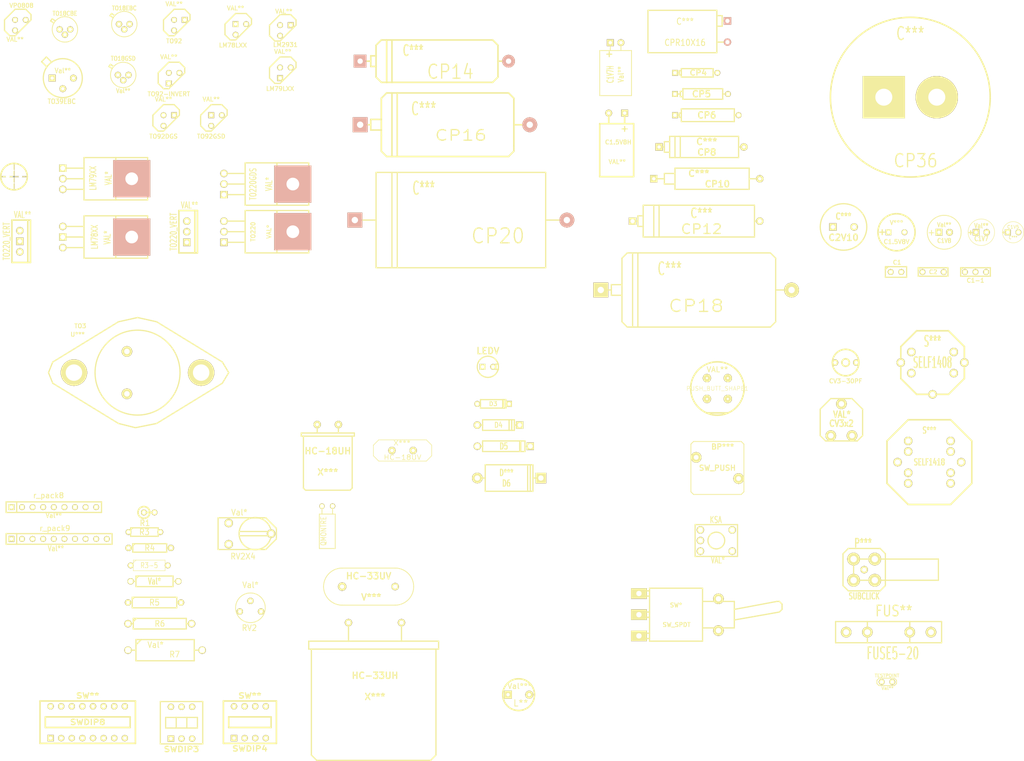
<source format=kicad_pcb>
(kicad_pcb (version 3) (host pcbnew "(2013-02-27 BZR 3976)-stable")

  (general
    (links 0)
    (no_connects 0)
    (area 14.541499 13.6144 260.416674 196.240401)
    (thickness 1.6002)
    (drawings 0)
    (tracks 0)
    (zones 0)
    (modules 79)
    (nets 7)
  )

  (page A)
  (title_block 
    (title "COMPOSANTS DISCRETS")
    (company "Kicad library modules")
  )

  (layers
    (15 Dessus signal)
    (0 Dessous signal)
    (16 B.Adhes user)
    (17 F.Adhes user)
    (18 B.Paste user)
    (19 F.Paste user)
    (20 B.SilkS user)
    (21 F.SilkS user)
    (22 B.Mask user)
    (23 F.Mask user)
    (24 Dwgs.User user)
    (25 Cmts.User user)
    (26 Eco1.User user)
    (27 Eco2.User user)
    (28 Edge.Cuts user)
  )

  (setup
    (last_trace_width 0.2032)
    (trace_clearance 0.254)
    (zone_clearance 0)
    (zone_45_only no)
    (trace_min 0.2032)
    (segment_width 0.381)
    (edge_width 0.381)
    (via_size 0.889)
    (via_drill 0.635)
    (via_min_size 0.889)
    (via_min_drill 0.508)
    (uvia_size 0.508)
    (uvia_drill 0.127)
    (uvias_allowed no)
    (uvia_min_size 0.508)
    (uvia_min_drill 0.127)
    (pcb_text_width 0.3048)
    (pcb_text_size 1.524 2.032)
    (mod_edge_width 0.2032)
    (mod_text_size 1.524 1.524)
    (mod_text_width 0.3048)
    (pad_size 1.778 1.778)
    (pad_drill 1.016)
    (pad_to_mask_clearance 0.254)
    (aux_axis_origin 0 0)
    (visible_elements 7FFFFFBF)
    (pcbplotparams
      (layerselection 3178497)
      (usegerberextensions true)
      (excludeedgelayer true)
      (linewidth 100000)
      (plotframeref false)
      (viasonmask false)
      (mode 1)
      (useauxorigin false)
      (hpglpennumber 1)
      (hpglpenspeed 20)
      (hpglpendiameter 15)
      (hpglpenoverlay 2)
      (psnegative false)
      (psa4output false)
      (plotreference true)
      (plotvalue true)
      (plotothertext true)
      (plotinvisibletext false)
      (padsonsilk false)
      (subtractmaskfromsilk false)
      (outputformat 1)
      (mirror false)
      (drillshape 1)
      (scaleselection 1)
      (outputdirectory ""))
  )

  (net 0 "")
  (net 1 GND)
  (net 2 MASSE)
  (net 3 N-000129)
  (net 4 N-000130)
  (net 5 N-000285)
  (net 6 N-000286)

  (net_class Default "Ceci est la Netclass par défaut"
    (clearance 0.254)
    (trace_width 0.2032)
    (via_dia 0.889)
    (via_drill 0.635)
    (uvia_dia 0.508)
    (uvia_drill 0.127)
    (add_net "")
    (add_net GND)
    (add_net MASSE)
    (add_net N-000129)
    (add_net N-000130)
    (add_net N-000285)
    (add_net N-000286)
  )

  (module RV2X4 (layer Dessus) (tedit 200000) (tstamp 3FA0248E)
    (at 74.676 141.478)
    (descr "Resistance variable / Potentiometre")
    (tags R)
    (fp_text reference Val* (at -2.54 -5.08) (layer F.SilkS)
      (effects (font (size 1.397 1.27) (thickness 0.2032)))
    )
    (fp_text value RV2X4 (at -1.651 5.461) (layer F.SilkS)
      (effects (font (size 1.397 1.27) (thickness 0.2032)))
    )
    (fp_line (start -7.62 -3.81) (end 3.81 -3.81) (layer F.SilkS) (width 0.3048))
    (fp_line (start 3.81 -3.81) (end 6.35 -1.27) (layer F.SilkS) (width 0.3048))
    (fp_line (start 6.35 -1.27) (end 6.35 1.27) (layer F.SilkS) (width 0.3048))
    (fp_line (start 6.35 1.27) (end 3.81 3.81) (layer F.SilkS) (width 0.3048))
    (fp_line (start 3.81 3.81) (end -7.62 3.81) (layer F.SilkS) (width 0.3048))
    (fp_line (start -7.62 3.81) (end -7.62 -3.81) (layer F.SilkS) (width 0.3048))
    (fp_line (start 0.762 -3.81) (end 1.905 -3.81) (layer F.SilkS) (width 0.3048))
    (fp_line (start 1.651 3.81) (end 0.762 3.81) (layer F.SilkS) (width 0.3048))
    (fp_line (start -2.54 -0.508) (end 4.953 -0.508) (layer F.SilkS) (width 0.3048))
    (fp_line (start -2.54 0.508) (end 4.953 0.508) (layer F.SilkS) (width 0.3048))
    (fp_circle (center 1.27 0) (end -2.54 -0.635) (layer F.SilkS) (width 0.3048))
    (pad 1 thru_hole circle (at -5.08 -2.54) (size 2.032 2.032) (drill 1.27)
      (layers *.Cu *.Mask F.SilkS)
    )
    (pad 2 thru_hole circle (at 5.08 0) (size 2.032 2.032) (drill 1.27)
      (layers *.Cu *.Mask F.SilkS)
    )
    (pad 3 thru_hole circle (at -5.08 2.54) (size 2.032 2.032) (drill 1.27)
      (layers *.Cu *.Mask F.SilkS)
    )
    (model discret/adjustable_rx2v4.wrl
      (at (xyz 0 0 0))
      (scale (xyz 1 1 1))
      (rotate (xyz 0 0 0))
    )
  )

  (module R3-5 (layer Dessus) (tedit 3F979F9F) (tstamp 3F97A5BE)
    (at 50.546 149.098)
    (fp_text reference R3-5 (at 0 0) (layer F.SilkS)
      (effects (font (size 1.27 1.016) (thickness 0.1524)))
    )
    (fp_text value Val* (at 0 0) (layer F.SilkS) hide
      (effects (font (size 1.27 1.016) (thickness 0.1524)))
    )
    (fp_line (start -3.81 -0.635) (end -3.81 1.27) (layer F.SilkS) (width 0.127))
    (fp_line (start -3.81 1.27) (end 3.81 1.27) (layer F.SilkS) (width 0.127))
    (fp_line (start 3.81 1.27) (end 3.81 -1.27) (layer F.SilkS) (width 0.127))
    (fp_line (start 3.81 -1.27) (end -3.81 -1.27) (layer F.SilkS) (width 0.127))
    (fp_line (start -3.81 -1.27) (end -3.81 -0.635) (layer F.SilkS) (width 0.127))
    (fp_line (start -4.445 0) (end -3.81 0) (layer F.SilkS) (width 0.127))
    (fp_line (start 3.81 0) (end 4.445 0) (layer F.SilkS) (width 0.127))
    (fp_line (start -3.81 -0.635) (end -3.175 -1.27) (layer F.SilkS) (width 0.127))
    (pad 1 thru_hole circle (at -4.445 0) (size 1.397 1.397) (drill 0.812799)
      (layers *.Cu *.Mask F.SilkS)
      (net 5 N-000285)
    )
    (pad 2 thru_hole circle (at 4.445 0) (size 1.397 1.397) (drill 0.812799)
      (layers *.Cu *.Mask F.SilkS)
      (net 6 N-000286)
    )
    (model discret/resistor.wrl
      (at (xyz 0 0 0))
      (scale (xyz 0.35 0.35 0.3))
      (rotate (xyz 0 0 0))
    )
  )

  (module KSA (layer Dessus) (tedit 200000) (tstamp 0)
    (at 186.436 143.129)
    (descr "Bouton poussoir KSA")
    (tags "SWITCH DEV")
    (fp_text reference VAL* (at 0.381 4.699) (layer F.SilkS)
      (effects (font (size 1.524 1.016) (thickness 0.2032)))
    )
    (fp_text value KSA (at -0.127 -4.953) (layer F.SilkS)
      (effects (font (size 1.524 1.016) (thickness 0.2032)))
    )
    (fp_line (start -3.81 3.81) (end 5.08 3.81) (layer F.SilkS) (width 0.3048))
    (fp_line (start 5.08 3.81) (end 5.08 -3.81) (layer F.SilkS) (width 0.3048))
    (fp_line (start 5.08 -3.81) (end -5.08 -3.81) (layer F.SilkS) (width 0.3048))
    (fp_line (start -5.08 -3.81) (end -5.08 3.81) (layer F.SilkS) (width 0.3048))
    (fp_line (start -5.08 3.81) (end -3.81 3.81) (layer F.SilkS) (width 0.3048))
    (fp_circle (center 0 0) (end 1.905 0.635) (layer F.SilkS) (width 0.3048))
    (pad 1 thru_hole circle (at 3.81 -2.54) (size 1.778 1.778) (drill 1.143)
      (layers *.Cu *.Mask F.SilkS)
    )
    (pad 2 thru_hole circle (at 3.81 2.54) (size 1.778 1.778) (drill 1.143)
      (layers *.Cu *.Mask F.SilkS)
    )
    (pad 3 thru_hole circle (at -3.81 2.54) (size 1.778 1.778) (drill 1.143)
      (layers *.Cu *.Mask F.SilkS)
    )
    (pad 4 thru_hole circle (at -3.81 0) (size 1.778 1.778) (drill 1.143)
      (layers *.Cu *.Mask F.SilkS)
    )
    (pad 5 thru_hole circle (at -3.81 -2.54) (size 1.778 1.778) (drill 1.143)
      (layers *.Cu *.Mask F.SilkS)
    )
  )

  (module LM78LXX (layer Dessus) (tedit 200000) (tstamp 0)
    (at 72.517 20.574)
    (descr "Regulateur TO92 serie LM78Lxx")
    (tags "TR TO92")
    (fp_text reference LM78LXX (at -1.905 3.81) (layer F.SilkS)
      (effects (font (size 1.016 1.016) (thickness 0.2032)))
    )
    (fp_text value VAL** (at -1.27 -5.08) (layer F.SilkS)
      (effects (font (size 1.016 1.016) (thickness 0.2032)))
    )
    (fp_line (start -1.27 2.54) (end 2.54 -1.27) (layer F.SilkS) (width 0.3048))
    (fp_line (start 2.54 -1.27) (end 2.54 -2.54) (layer F.SilkS) (width 0.3048))
    (fp_line (start 2.54 -2.54) (end 1.27 -3.81) (layer F.SilkS) (width 0.3048))
    (fp_line (start 1.27 -3.81) (end -1.27 -3.81) (layer F.SilkS) (width 0.3048))
    (fp_line (start -1.27 -3.81) (end -3.81 -1.27) (layer F.SilkS) (width 0.3048))
    (fp_line (start -3.81 -1.27) (end -3.81 1.27) (layer F.SilkS) (width 0.3048))
    (fp_line (start -3.81 1.27) (end -2.54 2.54) (layer F.SilkS) (width 0.3048))
    (fp_line (start -2.54 2.54) (end -1.27 2.54) (layer F.SilkS) (width 0.3048))
    (pad VI thru_hole circle (at 1.27 -1.27) (size 1.397 1.397) (drill 0.812799)
      (layers *.Cu *.Mask F.SilkS)
    )
    (pad GND thru_hole rect (at -1.27 -1.27) (size 1.397 1.397) (drill 0.812799)
      (layers *.Cu *.Mask F.SilkS)
    )
    (pad VO thru_hole circle (at -1.27 1.27) (size 1.397 1.397) (drill 0.812799)
      (layers *.Cu *.Mask F.SilkS)
    )
    (model discret/to98.wrl
      (at (xyz 0 0 0))
      (scale (xyz 1 1 1))
      (rotate (xyz 0 0 0))
    )
  )

  (module LM79LXX (layer Dessus) (tedit 200000) (tstamp 0)
    (at 83.185 30.988)
    (descr "Regulateur TO92 serie LM79Lxx")
    (tags "TR TO92")
    (fp_text reference LM79LXX (at -1.27 3.81) (layer F.SilkS)
      (effects (font (size 1.016 1.016) (thickness 0.2032)))
    )
    (fp_text value VAL** (at -0.635 -5.08) (layer F.SilkS)
      (effects (font (size 1.016 1.016) (thickness 0.2032)))
    )
    (fp_line (start -1.27 2.54) (end 2.54 -1.27) (layer F.SilkS) (width 0.3048))
    (fp_line (start 2.54 -1.27) (end 2.54 -2.54) (layer F.SilkS) (width 0.3048))
    (fp_line (start 2.54 -2.54) (end 1.27 -3.81) (layer F.SilkS) (width 0.3048))
    (fp_line (start 1.27 -3.81) (end -1.27 -3.81) (layer F.SilkS) (width 0.3048))
    (fp_line (start -1.27 -3.81) (end -3.81 -1.27) (layer F.SilkS) (width 0.3048))
    (fp_line (start -3.81 -1.27) (end -3.81 1.27) (layer F.SilkS) (width 0.3048))
    (fp_line (start -3.81 1.27) (end -2.54 2.54) (layer F.SilkS) (width 0.3048))
    (fp_line (start -2.54 2.54) (end -1.27 2.54) (layer F.SilkS) (width 0.3048))
    (pad VI thru_hole circle (at -1.27 -1.27) (size 1.397 1.397) (drill 0.812799)
      (layers *.Cu *.Mask F.SilkS)
    )
    (pad VO thru_hole circle (at 1.27 -1.27) (size 1.397 1.397) (drill 0.812799)
      (layers *.Cu *.Mask F.SilkS)
    )
    (pad GND thru_hole rect (at -1.27 1.27) (size 1.397 1.397) (drill 0.812799)
      (layers *.Cu *.Mask F.SilkS)
    )
    (model discret/to98.wrl
      (at (xyz 0 0 0))
      (scale (xyz 1 1 1))
      (rotate (xyz 0 0 0))
    )
  )

  (module LM79XX (layer Dessus) (tedit 200000) (tstamp 0)
    (at 29.845 56.388)
    (descr "Regulateur TO220 serie LM79xx")
    (tags "TR TO220")
    (fp_text reference LM79XX (at 7.239 -0.127 90) (layer F.SilkS)
      (effects (font (size 1.524 1.016) (thickness 0.2032)))
    )
    (fp_text value VAL* (at 10.922 -0.127 90) (layer F.SilkS)
      (effects (font (size 1.524 1.016) (thickness 0.2032)))
    )
    (fp_line (start 0 -2.54) (end 5.08 -2.54) (layer F.SilkS) (width 0.3048))
    (fp_line (start 0 0) (end 5.08 0) (layer F.SilkS) (width 0.3048))
    (fp_line (start 0 2.54) (end 5.08 2.54) (layer F.SilkS) (width 0.3048))
    (fp_line (start 5.08 -3.81) (end 5.08 5.08) (layer F.SilkS) (width 0.3048))
    (fp_line (start 5.08 5.08) (end 20.32 5.08) (layer F.SilkS) (width 0.3048))
    (fp_line (start 20.32 5.08) (end 20.32 -5.08) (layer F.SilkS) (width 0.3048))
    (fp_line (start 20.32 -5.08) (end 5.08 -5.08) (layer F.SilkS) (width 0.3048))
    (fp_line (start 5.08 -5.08) (end 5.08 -3.81) (layer F.SilkS) (width 0.3048))
    (fp_line (start 12.7 3.81) (end 12.7 -5.08) (layer F.SilkS) (width 0.3048))
    (fp_line (start 12.7 3.81) (end 12.7 5.08) (layer F.SilkS) (width 0.3048))
    (pad VO thru_hole circle (at 0 2.54) (size 1.778 1.778) (drill 1.143)
      (layers *.Cu *.Mask F.SilkS)
    )
    (pad GND thru_hole rect (at 0 -2.54) (size 1.778 1.778) (drill 1.143)
      (layers *.Cu *.Mask F.SilkS)
    )
    (pad VI thru_hole circle (at 0 0) (size 1.778 1.778) (drill 1.143)
      (layers *.Cu *.Mask F.SilkS)
    )
    (pad 4 thru_hole rect (at 16.51 0) (size 8.89 8.89) (drill 3.048)
      (layers *.Cu *.SilkS *.Mask)
    )
    (model discret/to220_horiz.wrl
      (at (xyz 0 0 0))
      (scale (xyz 1 1 1))
      (rotate (xyz 0 0 0))
    )
  )

  (module LM78XX (layer Dessus) (tedit 200000) (tstamp 0)
    (at 29.845 70.358)
    (descr "Regulateur TO220 serie LM78xx")
    (tags "TR TO220")
    (fp_text reference LM78XX (at 7.62 0 90) (layer F.SilkS)
      (effects (font (size 1.524 1.016) (thickness 0.2032)))
    )
    (fp_text value VAL* (at 10.668 0.127 90) (layer F.SilkS)
      (effects (font (size 1.524 1.016) (thickness 0.2032)))
    )
    (fp_line (start 0 -2.54) (end 5.08 -2.54) (layer F.SilkS) (width 0.3048))
    (fp_line (start 0 0) (end 5.08 0) (layer F.SilkS) (width 0.3048))
    (fp_line (start 0 2.54) (end 5.08 2.54) (layer F.SilkS) (width 0.3048))
    (fp_line (start 5.08 -3.81) (end 5.08 5.08) (layer F.SilkS) (width 0.3048))
    (fp_line (start 5.08 5.08) (end 20.32 5.08) (layer F.SilkS) (width 0.3048))
    (fp_line (start 20.32 5.08) (end 20.32 -5.08) (layer F.SilkS) (width 0.3048))
    (fp_line (start 5.08 -3.81) (end 5.08 -5.08) (layer F.SilkS) (width 0.3048))
    (fp_line (start 12.7 3.81) (end 12.7 -5.08) (layer F.SilkS) (width 0.3048))
    (fp_line (start 12.7 3.81) (end 12.7 5.08) (layer F.SilkS) (width 0.3048))
    (fp_line (start 5.08 -5.08) (end 20.32 -5.08) (layer F.SilkS) (width 0.3048))
    (pad 4 thru_hole rect (at 16.51 0) (size 8.89 8.89) (drill 3.048)
      (layers *.Cu *.SilkS *.Mask)
    )
    (pad VI thru_hole circle (at 0 -2.54) (size 1.778 1.778) (drill 1.143)
      (layers *.Cu *.Mask F.SilkS)
    )
    (pad GND thru_hole rect (at 0 0) (size 1.778 1.778) (drill 1.143)
      (layers *.Cu *.Mask F.SilkS)
    )
    (pad VO thru_hole circle (at 0 2.54) (size 1.778 1.778) (drill 1.143)
      (layers *.Cu *.Mask F.SilkS)
    )
    (model discret/to220_horiz.wrl
      (at (xyz 0 0 0))
      (scale (xyz 1 1 1))
      (rotate (xyz 0 0 0))
    )
  )

  (module TO3 (layer Dessus) (tedit 200000) (tstamp 0)
    (at 47.752 102.87)
    (descr "Transistor TO3")
    (tags "TR TO3")
    (fp_text reference TO3 (at -13.716 -11.176) (layer F.SilkS)
      (effects (font (size 1.016 1.016) (thickness 0.2032)))
    )
    (fp_text value U*** (at -14.351 -9.144) (layer F.SilkS)
      (effects (font (size 1.016 1.016) (thickness 0.2032)))
    )
    (fp_line (start -20.32 -2.54) (end -21.336 0) (layer F.SilkS) (width 0.3048))
    (fp_line (start -21.336 0) (end -20.32 2.54) (layer F.SilkS) (width 0.3048))
    (fp_line (start 20.32 -2.54) (end 21.844 0) (layer F.SilkS) (width 0.3048))
    (fp_line (start 21.844 0) (end 20.32 2.54) (layer F.SilkS) (width 0.3048))
    (fp_line (start -4.572 -12.192) (end 0 -13.208) (layer F.SilkS) (width 0.3048))
    (fp_line (start 0 -13.208) (end 4.572 -12.192) (layer F.SilkS) (width 0.3048))
    (fp_line (start -4.572 -12.192) (end -20.32 -2.54) (layer F.SilkS) (width 0.3048))
    (fp_line (start 4.572 -12.192) (end 20.32 -2.54) (layer F.SilkS) (width 0.3048))
    (fp_line (start 4.572 12.192) (end 20.32 2.54) (layer F.SilkS) (width 0.3048))
    (fp_line (start -4.572 12.192) (end -20.32 2.54) (layer F.SilkS) (width 0.3048))
    (fp_line (start 4.572 12.192) (end -0.508 13.208) (layer F.SilkS) (width 0.3048))
    (fp_line (start -0.508 13.208) (end -4.572 12.192) (layer F.SilkS) (width 0.3048))
    (fp_circle (center 0 0) (end 10.16 0.635) (layer F.SilkS) (width 0.3048))
    (pad 1 thru_hole circle (at -15.24 0) (size 6.35 6.35) (drill 3.936999)
      (layers *.Cu *.Mask F.SilkS)
    )
    (pad 1 thru_hole circle (at 15.24 0) (size 6.35 6.35) (drill 3.936999)
      (layers *.Cu *.Mask F.SilkS)
    )
    (pad 2 thru_hole circle (at -2.54 -5.08) (size 2.54 2.54) (drill 1.320799)
      (layers *.Cu *.Mask F.SilkS)
    )
    (pad 3 thru_hole circle (at -2.54 5.08) (size 2.54 2.54) (drill 1.320799)
      (layers *.Cu *.Mask F.SilkS)
    )
    (model discret/to3.wrl
      (at (xyz 0 0 0))
      (scale (xyz 1 1 1))
      (rotate (xyz 0 0 0))
    )
  )

  (module VP0808 (layer Dessus) (tedit 3DFDE2B2) (tstamp 0)
    (at 19.685 19.558)
    (descr "Transistor TO92 brochage type VP0808")
    (tags "TR TO92")
    (fp_text reference VP0808 (at 0.254 -4.699) (layer F.SilkS)
      (effects (font (size 1.016 1.016) (thickness 0.2032)))
    )
    (fp_text value VAL** (at -1.27 3.429) (layer F.SilkS)
      (effects (font (size 1.016 1.016) (thickness 0.2032)))
    )
    (fp_line (start -1.27 2.54) (end 2.54 -1.27) (layer F.SilkS) (width 0.3048))
    (fp_line (start 2.54 -1.27) (end 2.54 -2.54) (layer F.SilkS) (width 0.3048))
    (fp_line (start 2.54 -2.54) (end 1.27 -3.81) (layer F.SilkS) (width 0.3048))
    (fp_line (start 1.27 -3.81) (end -1.27 -3.81) (layer F.SilkS) (width 0.3048))
    (fp_line (start -1.27 -3.81) (end -3.81 -1.27) (layer F.SilkS) (width 0.3048))
    (fp_line (start -3.81 -1.27) (end -3.81 1.27) (layer F.SilkS) (width 0.3048))
    (fp_line (start -3.81 1.27) (end -2.54 2.54) (layer F.SilkS) (width 0.3048))
    (fp_line (start -2.54 2.54) (end -1.27 2.54) (layer F.SilkS) (width 0.3048))
    (pad S thru_hole circle (at -1.27 -1.27) (size 1.397 1.397) (drill 0.812799)
      (layers *.Cu *.Mask F.SilkS)
    )
    (pad G thru_hole circle (at 1.27 -1.27) (size 1.397 1.397) (drill 0.812799)
      (layers *.Cu *.Mask F.SilkS)
    )
    (pad D thru_hole circle (at -1.27 1.27) (size 1.397 1.397) (drill 0.812799)
      (layers *.Cu *.Mask F.SilkS)
    )
    (model discret/to98.wrl
      (at (xyz 0 0 0))
      (scale (xyz 1 1 1))
      (rotate (xyz 0 0 0))
    )
  )

  (module CP10 (layer Dessus) (tedit 200000) (tstamp 0)
    (at 184.15 56.388)
    (descr "Condensateur polarise")
    (tags CP)
    (fp_text reference CP10 (at 2.54 1.27) (layer F.SilkS)
      (effects (font (size 1.524 1.524) (thickness 0.3048)))
    )
    (fp_text value C*** (at -1.905 -1.27) (layer F.SilkS)
      (effects (font (size 1.524 1.524) (thickness 0.3048)))
    )
    (fp_line (start 12.7 0) (end 10.16 0) (layer F.SilkS) (width 0.3048))
    (fp_line (start 10.16 0) (end 10.16 2.54) (layer F.SilkS) (width 0.3048))
    (fp_line (start 10.16 2.54) (end -7.62 2.54) (layer F.SilkS) (width 0.3048))
    (fp_line (start -7.62 2.54) (end -7.62 -2.54) (layer F.SilkS) (width 0.3048))
    (fp_line (start -7.62 -2.54) (end 10.16 -2.54) (layer F.SilkS) (width 0.3048))
    (fp_line (start 10.16 -2.54) (end 10.16 0) (layer F.SilkS) (width 0.3048))
    (fp_line (start -7.62 -1.27) (end -10.16 -1.27) (layer F.SilkS) (width 0.3048))
    (fp_line (start -10.16 -1.27) (end -10.16 1.27) (layer F.SilkS) (width 0.3048))
    (fp_line (start -10.16 1.27) (end -7.62 1.27) (layer F.SilkS) (width 0.3048))
    (fp_line (start -12.7 0) (end -10.16 0) (layer F.SilkS) (width 0.3048))
    (pad 2 thru_hole circle (at 12.7 0) (size 1.778 1.778) (drill 0.812799)
      (layers *.Cu *.Mask F.SilkS)
    )
    (pad 1 thru_hole rect (at -12.7 0) (size 1.778 1.778) (drill 0.812799)
      (layers *.Cu *.Mask F.SilkS)
    )
    (model discret/c_pol.wrl
      (at (xyz 0 0 0))
      (scale (xyz 1 1 1))
      (rotate (xyz 0 0 0))
    )
  )

  (module CP12 (layer Dessus) (tedit 200000) (tstamp 0)
    (at 181.61 66.548)
    (descr "Condensateur polarise")
    (tags CP)
    (fp_text reference CP12 (at 1.27 1.905) (layer F.SilkS)
      (effects (font (size 2.286 2.54) (thickness 0.3048)))
    )
    (fp_text value C*** (at 1.27 -1.905) (layer F.SilkS)
      (effects (font (size 2.286 1.6002) (thickness 0.3048)))
    )
    (fp_line (start -15.24 0) (end -13.97 0) (layer F.SilkS) (width 0.3048))
    (fp_line (start -12.7 1.27) (end -13.97 1.27) (layer F.SilkS) (width 0.3048))
    (fp_line (start -13.97 1.27) (end -13.97 -1.27) (layer F.SilkS) (width 0.3048))
    (fp_line (start -13.97 -1.27) (end -12.7 -1.27) (layer F.SilkS) (width 0.3048))
    (fp_line (start -12.7 -3.81) (end 13.97 -3.81) (layer F.SilkS) (width 0.3048))
    (fp_line (start 13.97 -3.81) (end 13.97 3.81) (layer F.SilkS) (width 0.3048))
    (fp_line (start 13.97 3.81) (end -12.7 3.81) (layer F.SilkS) (width 0.3048))
    (fp_line (start 13.97 0) (end 15.24 0) (layer F.SilkS) (width 0.3048))
    (fp_line (start -10.16 -3.81) (end -10.16 3.81) (layer F.SilkS) (width 0.3048))
    (fp_line (start -8.89 -3.81) (end -8.89 3.81) (layer F.SilkS) (width 0.3048))
    (fp_line (start -12.7 -3.81) (end -12.7 3.81) (layer F.SilkS) (width 0.3048))
    (pad 1 thru_hole rect (at -15.24 0) (size 1.778 1.778) (drill 1.016)
      (layers *.Cu *.Mask F.SilkS)
    )
    (pad 2 thru_hole circle (at 15.24 0) (size 1.778 1.778) (drill 1.016)
      (layers *.Cu *.Mask F.SilkS)
    )
    (model discret/c_pol.wrl
      (at (xyz 0 0 0))
      (scale (xyz 1.2 1.2 1.2))
      (rotate (xyz 0 0 0))
    )
  )

  (module CP14 (layer Dessus) (tedit 200000) (tstamp 0)
    (at 118.872 28.194)
    (descr "Condensateur polarise")
    (tags CP)
    (fp_text reference C*** (at -5.08 -2.54) (layer F.SilkS)
      (effects (font (size 2.58064 1.50114) (thickness 0.3048)))
    )
    (fp_text value CP14 (at 3.81 2.54) (layer F.SilkS)
      (effects (font (size 3.37566 2.87274) (thickness 0.3048)))
    )
    (fp_line (start 15.24 0) (end 17.78 0) (layer F.SilkS) (width 0.381))
    (fp_line (start -13.97 -3.81) (end -12.7 -5.08) (layer F.SilkS) (width 0.381))
    (fp_line (start -12.7 -5.08) (end 13.97 -5.08) (layer F.SilkS) (width 0.381))
    (fp_line (start 13.97 -5.08) (end 15.24 -3.81) (layer F.SilkS) (width 0.381))
    (fp_line (start 15.24 -3.81) (end 15.24 3.81) (layer F.SilkS) (width 0.381))
    (fp_line (start 15.24 3.81) (end 13.97 5.08) (layer F.SilkS) (width 0.381))
    (fp_line (start 13.97 5.08) (end -12.7 5.08) (layer F.SilkS) (width 0.381))
    (fp_line (start -12.7 5.08) (end -13.97 3.81) (layer F.SilkS) (width 0.381))
    (fp_line (start -13.97 3.81) (end -13.97 -3.81) (layer F.SilkS) (width 0.381))
    (fp_line (start -10.16 5.08) (end -10.16 -5.08) (layer F.SilkS) (width 0.381))
    (fp_line (start -13.97 -1.27) (end -15.24 -1.27) (layer F.SilkS) (width 0.381))
    (fp_line (start -15.24 -1.27) (end -15.24 1.27) (layer F.SilkS) (width 0.381))
    (fp_line (start -15.24 1.27) (end -13.97 1.27) (layer F.SilkS) (width 0.381))
    (fp_line (start -15.24 0) (end -17.78 0) (layer F.SilkS) (width 0.381))
    (fp_line (start -11.43 5.08) (end -11.43 -5.08) (layer F.SilkS) (width 0.381))
    (pad 1 thru_hole rect (at -17.78 0) (size 3.048 3.048) (drill 1.27)
      (layers *.Cu *.SilkS *.Mask)
    )
    (pad 2 thru_hole circle (at 17.78 0) (size 3.048 3.048) (drill 1.27)
      (layers *.Cu *.SilkS *.Mask)
    )
    (model discret/c_pol.wrl
      (at (xyz 0 0 0))
      (scale (xyz 1.4 1.4 1.4))
      (rotate (xyz 0 0 0))
    )
  )

  (module CP16 (layer Dessus) (tedit 200000) (tstamp 0)
    (at 121.412 43.434)
    (descr "Condensateur polarise")
    (tags CP)
    (fp_text reference C*** (at -5.08 -3.81) (layer F.SilkS)
      (effects (font (size 3.13944 1.81864) (thickness 0.3048)))
    )
    (fp_text value CP16 (at 3.81 2.54) (layer F.SilkS)
      (effects (font (size 2.5527 3.2004) (thickness 0.3048)))
    )
    (fp_line (start -15.24 2.54) (end -15.24 -6.35) (layer F.SilkS) (width 0.381))
    (fp_line (start 16.51 5.08) (end 16.51 -6.35) (layer F.SilkS) (width 0.381))
    (fp_line (start 16.51 -6.35) (end 15.24 -7.62) (layer F.SilkS) (width 0.381))
    (fp_line (start 15.24 -7.62) (end -13.97 -7.62) (layer F.SilkS) (width 0.381))
    (fp_line (start 16.51 5.08) (end 16.51 6.35) (layer F.SilkS) (width 0.381))
    (fp_line (start 16.51 6.35) (end 15.24 7.62) (layer F.SilkS) (width 0.381))
    (fp_line (start 15.24 7.62) (end -13.97 7.62) (layer F.SilkS) (width 0.381))
    (fp_line (start -13.97 7.62) (end -15.24 6.35) (layer F.SilkS) (width 0.381))
    (fp_line (start -15.24 6.35) (end -15.24 2.54) (layer F.SilkS) (width 0.381))
    (fp_line (start -17.78 0) (end -20.32 0) (layer F.SilkS) (width 0.381))
    (fp_line (start 20.32 0) (end 16.51 0) (layer F.SilkS) (width 0.381))
    (fp_line (start -12.7 7.62) (end -12.7 -7.62) (layer F.SilkS) (width 0.381))
    (fp_line (start -11.43 7.62) (end -11.43 -7.62) (layer F.SilkS) (width 0.381))
    (fp_line (start -15.24 -1.27) (end -17.78 -1.27) (layer F.SilkS) (width 0.381))
    (fp_line (start -17.78 -1.27) (end -17.78 1.27) (layer F.SilkS) (width 0.381))
    (fp_line (start -17.78 1.27) (end -15.24 1.27) (layer F.SilkS) (width 0.381))
    (fp_line (start -15.24 -6.35) (end -13.97 -7.62) (layer F.SilkS) (width 0.381))
    (pad 1 thru_hole rect (at -20.32 0) (size 3.556 3.556) (drill 1.524)
      (layers *.Cu *.SilkS *.Mask)
    )
    (pad 2 thru_hole circle (at 20.32 0) (size 3.556 3.556) (drill 1.524)
      (layers *.Cu *.SilkS *.Mask)
    )
    (model discret/c_pol.wrl
      (at (xyz 0 0 0))
      (scale (xyz 1.6 1.6 1.6))
      (rotate (xyz 0 0 0))
    )
  )

  (module CP18 (layer Dessus) (tedit 200000) (tstamp 0)
    (at 181.61 83.058)
    (descr "Condensateur polarise")
    (tags CP)
    (fp_text reference C*** (at -6.35 -5.08) (layer F.SilkS)
      (effects (font (size 3.08864 1.75768) (thickness 0.3048)))
    )
    (fp_text value CP18 (at 0 3.81) (layer F.SilkS)
      (effects (font (size 2.88544 3.41376) (thickness 0.3048)))
    )
    (fp_line (start -17.78 -7.62) (end -16.51 -8.89) (layer F.SilkS) (width 0.3048))
    (fp_line (start -16.51 -8.89) (end 17.78 -8.89) (layer F.SilkS) (width 0.3048))
    (fp_line (start 17.78 -8.89) (end 19.05 -7.62) (layer F.SilkS) (width 0.3048))
    (fp_line (start 19.05 -7.62) (end 19.05 7.62) (layer F.SilkS) (width 0.3048))
    (fp_line (start 19.05 7.62) (end 17.78 8.89) (layer F.SilkS) (width 0.3048))
    (fp_line (start 17.78 8.89) (end -16.51 8.89) (layer F.SilkS) (width 0.3048))
    (fp_line (start -16.51 8.89) (end -17.78 7.62) (layer F.SilkS) (width 0.3048))
    (fp_line (start -20.32 0) (end -22.86 0) (layer F.SilkS) (width 0.3048))
    (fp_line (start 19.05 0) (end 22.86 0) (layer F.SilkS) (width 0.3048))
    (fp_line (start -17.78 -1.27) (end -20.32 -1.27) (layer F.SilkS) (width 0.3048))
    (fp_line (start -20.32 -1.27) (end -20.32 1.27) (layer F.SilkS) (width 0.3048))
    (fp_line (start -20.32 1.27) (end -17.78 1.27) (layer F.SilkS) (width 0.3048))
    (fp_line (start -17.78 -7.62) (end -17.78 7.62) (layer F.SilkS) (width 0.3048))
    (fp_line (start -15.24 -8.89) (end -15.24 8.89) (layer F.SilkS) (width 0.3048))
    (fp_line (start -13.97 -8.89) (end -13.97 8.89) (layer F.SilkS) (width 0.3048))
    (pad 1 thru_hole rect (at -22.86 0) (size 3.556 3.556) (drill 1.524)
      (layers *.Cu *.Mask F.SilkS)
    )
    (pad 2 thru_hole circle (at 22.86 0) (size 3.556 3.556) (drill 1.524)
      (layers *.Cu *.Mask F.SilkS)
    )
    (model discret/c_pol.wrl
      (at (xyz 0 0 0))
      (scale (xyz 1.8 1.8 1.8))
      (rotate (xyz 0 0 0))
    )
  )

  (module CP36V (layer Dessus) (tedit 3F94E337) (tstamp 0)
    (at 232.918 36.83)
    (descr "Condensateur polarise vertical")
    (tags CP)
    (fp_text reference C*** (at 0 -15.24) (layer F.SilkS)
      (effects (font (size 3.12166 2.0447) (thickness 0.3048)))
    )
    (fp_text value CP36 (at 1.27 15.24) (layer F.SilkS)
      (effects (font (size 3.16992 2.70764) (thickness 0.3048)))
    )
    (fp_circle (center 0 0) (end 19.05 1.905) (layer F.SilkS) (width 0.381))
    (pad 2 thru_hole circle (at 6.35 0) (size 10.16 10.16) (drill 4.064)
      (layers *.Cu *.Mask F.SilkS)
    )
    (pad 1 thru_hole rect (at -6.35 0) (size 10.16 10.16) (drill 4.064)
      (layers *.Cu *.Mask F.SilkS)
    )
    (model discret/c_vert_big.wrl
      (at (xyz 0 0 0))
      (scale (xyz 1 1 1))
      (rotate (xyz 0 0 0))
    )
  )

  (module CP4 (layer Dessus) (tedit 200000) (tstamp 0)
    (at 181.61 30.988)
    (descr "Condensateur polarise")
    (tags CP)
    (fp_text reference CP4 (at 0.508 0) (layer F.SilkS)
      (effects (font (size 1.27 1.397) (thickness 0.254)))
    )
    (fp_text value C*** (at 0.508 0) (layer F.SilkS) hide
      (effects (font (size 1.27 1.143) (thickness 0.254)))
    )
    (fp_line (start 5.08 0) (end 4.064 0) (layer F.SilkS) (width 0.3048))
    (fp_line (start 4.064 0) (end 4.064 1.016) (layer F.SilkS) (width 0.3048))
    (fp_line (start 4.064 1.016) (end -3.556 1.016) (layer F.SilkS) (width 0.3048))
    (fp_line (start -3.556 1.016) (end -3.556 -1.016) (layer F.SilkS) (width 0.3048))
    (fp_line (start -3.556 -1.016) (end 4.064 -1.016) (layer F.SilkS) (width 0.3048))
    (fp_line (start 4.064 -1.016) (end 4.064 0) (layer F.SilkS) (width 0.3048))
    (fp_line (start -5.08 0) (end -4.064 0) (layer F.SilkS) (width 0.3048))
    (fp_line (start -3.556 0.508) (end -4.064 0.508) (layer F.SilkS) (width 0.3048))
    (fp_line (start -4.064 0.508) (end -4.064 -0.508) (layer F.SilkS) (width 0.3048))
    (fp_line (start -4.064 -0.508) (end -3.556 -0.508) (layer F.SilkS) (width 0.3048))
    (pad 1 thru_hole rect (at -5.08 0) (size 1.397 1.397) (drill 0.812799)
      (layers *.Cu *.Mask F.SilkS)
    )
    (pad 2 thru_hole circle (at 5.08 0) (size 1.397 1.397) (drill 0.812799)
      (layers *.Cu *.Mask F.SilkS)
    )
    (model discret/c_pol.wrl
      (at (xyz 0 0 0))
      (scale (xyz 0.4 0.4 0.4))
      (rotate (xyz 0 0 0))
    )
  )

  (module CP5 (layer Dessus) (tedit 200000) (tstamp 0)
    (at 182.88 36.068)
    (descr "Condensateur polarise")
    (tags CP)
    (fp_text reference CP5 (at 0 0) (layer F.SilkS)
      (effects (font (size 1.524 1.524) (thickness 0.3048)))
    )
    (fp_text value C*** (at 0 0) (layer F.SilkS) hide
      (effects (font (size 1.524 1.3335) (thickness 0.3048)))
    )
    (fp_line (start -4.445 -1.27) (end -4.445 -1.27) (layer F.SilkS) (width 0.3048))
    (fp_line (start -4.445 -1.27) (end -4.445 -1.27) (layer F.SilkS) (width 0.3048))
    (fp_line (start -4.445 -1.27) (end -4.445 -1.27) (layer F.SilkS) (width 0.3048))
    (fp_line (start -4.445 -1.27) (end 5.08 -1.27) (layer F.SilkS) (width 0.3048))
    (fp_line (start 5.08 -1.27) (end 5.08 1.27) (layer F.SilkS) (width 0.3048))
    (fp_line (start 5.08 1.27) (end -4.445 1.27) (layer F.SilkS) (width 0.3048))
    (fp_line (start -4.445 1.27) (end -4.445 -1.27) (layer F.SilkS) (width 0.3048))
    (fp_line (start -4.445 -0.635) (end -4.445 -0.635) (layer F.SilkS) (width 0.3048))
    (fp_line (start -4.445 -0.635) (end -5.08 -0.635) (layer F.SilkS) (width 0.3048))
    (fp_line (start -5.08 -0.635) (end -5.08 0.635) (layer F.SilkS) (width 0.3048))
    (fp_line (start -5.08 0.635) (end -4.445 0.635) (layer F.SilkS) (width 0.3048))
    (fp_line (start -6.35 0) (end -6.35 0) (layer F.SilkS) (width 0.3048))
    (fp_line (start -6.35 0) (end -5.08 0) (layer F.SilkS) (width 0.3048))
    (fp_line (start -5.08 0) (end -5.08 0) (layer F.SilkS) (width 0.3048))
    (fp_line (start -5.08 0) (end -5.08 0) (layer F.SilkS) (width 0.3048))
    (fp_line (start 5.08 0) (end 5.08 0) (layer F.SilkS) (width 0.3048))
    (fp_line (start 5.08 0) (end 5.08 0) (layer F.SilkS) (width 0.3048))
    (fp_line (start 5.08 0) (end 6.35 0) (layer F.SilkS) (width 0.3048))
    (fp_line (start 6.35 0) (end 6.35 0) (layer F.SilkS) (width 0.3048))
    (fp_line (start 6.35 0) (end 6.35 0) (layer F.SilkS) (width 0.3048))
    (fp_line (start 6.35 0) (end 6.35 0) (layer F.SilkS) (width 0.3048))
    (pad 1 thru_hole rect (at -6.35 0) (size 1.397 1.397) (drill 0.812799)
      (layers *.Cu *.Mask F.SilkS)
    )
    (pad 2 thru_hole circle (at 6.35 0) (size 1.397 1.397) (drill 0.812799)
      (layers *.Cu *.Mask F.SilkS)
    )
    (model discret/c_pol.wrl
      (at (xyz 0 0 0))
      (scale (xyz 0.5 0.5 0.5))
      (rotate (xyz 0 0 0))
    )
  )

  (module CP6 (layer Dessus) (tedit 200000) (tstamp 0)
    (at 184.15 41.148)
    (descr "Condensateur polarise")
    (tags CP)
    (fp_text reference CP6 (at 0 0) (layer F.SilkS)
      (effects (font (size 1.524 1.524) (thickness 0.3048)))
    )
    (fp_text value C*** (at 0.635 0) (layer F.SilkS) hide
      (effects (font (size 1.524 1.524) (thickness 0.3048)))
    )
    (fp_line (start -7.62 0) (end -6.604 0) (layer F.SilkS) (width 0.3048))
    (fp_line (start -6.096 0.508) (end -6.604 0.508) (layer F.SilkS) (width 0.3048))
    (fp_line (start -6.604 0.508) (end -6.604 -0.508) (layer F.SilkS) (width 0.3048))
    (fp_line (start -6.604 -0.508) (end -6.096 -0.508) (layer F.SilkS) (width 0.3048))
    (fp_line (start 7.62 0) (end 6.604 0) (layer F.SilkS) (width 0.3048))
    (fp_line (start 6.604 0) (end 6.604 -1.524) (layer F.SilkS) (width 0.3048))
    (fp_line (start 6.604 -1.524) (end -6.096 -1.524) (layer F.SilkS) (width 0.3048))
    (fp_line (start -6.096 -1.524) (end -6.096 1.524) (layer F.SilkS) (width 0.3048))
    (fp_line (start -6.096 1.524) (end 6.604 1.524) (layer F.SilkS) (width 0.3048))
    (fp_line (start 6.604 1.524) (end 6.604 0) (layer F.SilkS) (width 0.3048))
    (pad 1 thru_hole rect (at -7.62 0) (size 1.397 1.397) (drill 0.812799)
      (layers *.Cu *.Mask F.SilkS)
    )
    (pad 2 thru_hole circle (at 7.62 0) (size 1.397 1.397) (drill 0.812799)
      (layers *.Cu *.Mask F.SilkS)
    )
    (model discret/c_pol.wrl
      (at (xyz 0 0 0))
      (scale (xyz 0.6 0.6 0.6))
      (rotate (xyz 0 0 0))
    )
  )

  (module CP8 (layer Dessus) (tedit 200000) (tstamp 0)
    (at 182.88 48.768)
    (descr "Condensateur polarise")
    (tags CP)
    (fp_text reference CP8 (at 1.27 1.27) (layer F.SilkS)
      (effects (font (size 1.524 1.524) (thickness 0.3048)))
    )
    (fp_text value C*** (at 1.27 -1.27) (layer F.SilkS)
      (effects (font (size 1.524 1.524) (thickness 0.3048)))
    )
    (fp_line (start -10.16 0) (end -8.89 0) (layer F.SilkS) (width 0.3048))
    (fp_line (start -7.62 1.27) (end -8.89 1.27) (layer F.SilkS) (width 0.3048))
    (fp_line (start -8.89 1.27) (end -8.89 -1.27) (layer F.SilkS) (width 0.3048))
    (fp_line (start -8.89 -1.27) (end -7.62 -1.27) (layer F.SilkS) (width 0.3048))
    (fp_line (start -7.62 2.54) (end -7.62 -2.54) (layer F.SilkS) (width 0.3048))
    (fp_line (start -7.62 -2.54) (end 8.89 -2.54) (layer F.SilkS) (width 0.3048))
    (fp_line (start 8.89 -2.54) (end 8.89 2.54) (layer F.SilkS) (width 0.3048))
    (fp_line (start 8.89 2.54) (end -7.62 2.54) (layer F.SilkS) (width 0.3048))
    (fp_line (start 8.89 0) (end 10.16 0) (layer F.SilkS) (width 0.3048))
    (fp_line (start -5.08 -2.54) (end -5.08 2.54) (layer F.SilkS) (width 0.3048))
    (fp_line (start -6.35 2.54) (end -6.35 -2.54) (layer F.SilkS) (width 0.3048))
    (pad 1 thru_hole rect (at -10.16 0) (size 1.778 1.778) (drill 0.812799)
      (layers *.Cu *.Mask F.SilkS)
    )
    (pad 2 thru_hole circle (at 10.16 0) (size 1.778 1.778) (drill 0.812799)
      (layers *.Cu *.Mask F.SilkS)
    )
    (model discret/c_pol.wrl
      (at (xyz 0 0 0))
      (scale (xyz 0.8 0.8 0.8))
      (rotate (xyz 0 0 0))
    )
  )

  (module C1 (layer Dessus) (tedit 3F92C496) (tstamp 0)
    (at 229.489 78.74)
    (descr "Condensateur e = 1 pas")
    (tags C)
    (fp_text reference C1 (at 0.254 -2.286) (layer F.SilkS)
      (effects (font (size 1.016 1.016) (thickness 0.2032)))
    )
    (fp_text value V*** (at 0 -2.286) (layer F.SilkS) hide
      (effects (font (size 1.016 1.016) (thickness 0.2032)))
    )
    (fp_line (start -2.4892 -1.27) (end 2.54 -1.27) (layer F.SilkS) (width 0.3048))
    (fp_line (start 2.54 -1.27) (end 2.54 1.27) (layer F.SilkS) (width 0.3048))
    (fp_line (start 2.54 1.27) (end -2.54 1.27) (layer F.SilkS) (width 0.3048))
    (fp_line (start -2.54 1.27) (end -2.54 -1.27) (layer F.SilkS) (width 0.3048))
    (fp_line (start -2.54 -0.635) (end -1.905 -1.27) (layer F.SilkS) (width 0.3048))
    (pad 1 thru_hole circle (at -1.27 0) (size 1.397 1.397) (drill 0.812799)
      (layers *.Cu *.Mask F.SilkS)
    )
    (pad 2 thru_hole circle (at 1.27 0) (size 1.397 1.397) (drill 0.812799)
      (layers *.Cu *.Mask F.SilkS)
    )
    (model discret/capa_1_pas.wrl
      (at (xyz 0 0 0))
      (scale (xyz 1 1 1))
      (rotate (xyz 0 0 0))
    )
  )

  (module C1-1 (layer Dessus) (tedit 200000) (tstamp 0)
    (at 248.539 78.74)
    (descr "Condensateur e = 1 ou 2 pas")
    (tags C)
    (fp_text reference C1-1 (at 0 2.032) (layer F.SilkS)
      (effects (font (size 1.016 1.016) (thickness 0.2032)))
    )
    (fp_text value C*** (at 0 2.032) (layer F.SilkS) hide
      (effects (font (size 1.016 1.016) (thickness 0.2032)))
    )
    (fp_line (start -3.556 -1.016) (end 3.556 -1.016) (layer F.SilkS) (width 0.3048))
    (fp_line (start 3.556 -1.016) (end 3.556 1.016) (layer F.SilkS) (width 0.3048))
    (fp_line (start 3.556 1.016) (end -3.556 1.016) (layer F.SilkS) (width 0.3048))
    (fp_line (start -3.556 1.016) (end -3.556 -1.016) (layer F.SilkS) (width 0.3048))
    (fp_line (start -3.556 -0.508) (end -3.048 -1.016) (layer F.SilkS) (width 0.3048))
    (pad 1 thru_hole circle (at -2.54 0) (size 1.397 1.397) (drill 0.812799)
      (layers *.Cu *.Mask F.SilkS)
    )
    (pad 2 thru_hole circle (at 2.54 0) (size 1.397 1.397) (drill 0.812799)
      (layers *.Cu *.Mask F.SilkS)
    )
    (pad 2 thru_hole circle (at 0 0) (size 1.397 1.397) (drill 0.812799)
      (layers *.Cu *.Mask F.SilkS)
    )
    (model discret/capa_2pas_5x5mm.wrl
      (at (xyz 0 0 0))
      (scale (xyz 1 1 1))
      (rotate (xyz 0 0 0))
    )
  )

  (module C2 (layer Dessus) (tedit 200000) (tstamp 0)
    (at 238.379 78.74)
    (descr "Condensateur = 2 pas")
    (tags C)
    (fp_text reference C2 (at 0 0) (layer F.SilkS)
      (effects (font (size 1.016 1.016) (thickness 0.2032)))
    )
    (fp_text value C*** (at 0 0) (layer F.SilkS) hide
      (effects (font (size 1.016 1.016) (thickness 0.2032)))
    )
    (fp_line (start -3.556 -1.016) (end 3.556 -1.016) (layer F.SilkS) (width 0.3048))
    (fp_line (start 3.556 -1.016) (end 3.556 1.016) (layer F.SilkS) (width 0.3048))
    (fp_line (start 3.556 1.016) (end -3.556 1.016) (layer F.SilkS) (width 0.3048))
    (fp_line (start -3.556 1.016) (end -3.556 -1.016) (layer F.SilkS) (width 0.3048))
    (fp_line (start -3.556 -0.508) (end -3.048 -1.016) (layer F.SilkS) (width 0.3048))
    (pad 1 thru_hole circle (at -2.54 0) (size 1.397 1.397) (drill 0.812799)
      (layers *.Cu *.Mask F.SilkS)
    )
    (pad 2 thru_hole circle (at 2.54 0) (size 1.397 1.397) (drill 0.812799)
      (layers *.Cu *.Mask F.SilkS)
    )
    (model discret/capa_2pas_5x5mm.wrl
      (at (xyz 0 0 0))
      (scale (xyz 1 1 1))
      (rotate (xyz 0 0 0))
    )
  )

  (module CV3-30PF (layer Dessus) (tedit 200000) (tstamp 0)
    (at 217.424 100.457)
    (descr "Condensateur ajustable miniature")
    (tags "C DEV")
    (fp_text reference CV3-30PF (at 0 4.445) (layer F.SilkS)
      (effects (font (size 1.016 1.016) (thickness 0.2032)))
    )
    (fp_text value VAL* (at 0 4.445) (layer F.SilkS) hide
      (effects (font (size 1.016 1.016) (thickness 0.2032)))
    )
    (fp_circle (center 0 0) (end 3.175 0) (layer F.SilkS) (width 0.381))
    (fp_circle (center 0 0) (end 0.635 0.635) (layer F.SilkS) (width 0.381))
    (pad 1 thru_hole circle (at 2.54 0) (size 1.524 1.524) (drill 0.812799)
      (layers *.Cu *.Mask F.SilkS)
    )
    (pad 2 thru_hole circle (at -2.54 0) (size 1.524 1.524) (drill 0.812799)
      (layers *.Cu *.Mask F.SilkS)
    )
  )

  (module C1V5 (layer Dessus) (tedit 3E070CF4) (tstamp 0)
    (at 257.556 69.215)
    (descr "Condensateur e = 1 pas")
    (tags C)
    (fp_text reference C1V5 (at 0 -1.26746) (layer F.SilkS)
      (effects (font (size 0.762 0.762) (thickness 0.127)))
    )
    (fp_text value C*** (at 0 1.27) (layer F.SilkS)
      (effects (font (size 0.762 0.635) (thickness 0.127)))
    )
    (fp_text user + (at -2.286 0) (layer F.SilkS)
      (effects (font (size 0.762 0.762) (thickness 0.1905)))
    )
    (fp_circle (center 0 0) (end 0.127 -2.54) (layer F.SilkS) (width 0.127))
    (pad 1 thru_hole rect (at -1.27 0) (size 1.397 1.397) (drill 0.812799)
      (layers *.Cu *.Mask F.SilkS)
    )
    (pad 2 thru_hole circle (at 1.27 0) (size 1.397 1.397) (drill 0.812799)
      (layers *.Cu *.Mask F.SilkS)
    )
    (model discret/c_vert_c1v5.wrl
      (at (xyz 0 0 0))
      (scale (xyz 1 1 1))
      (rotate (xyz 0 0 0))
    )
  )

  (module R1 (layer Dessus) (tedit 200000) (tstamp 0)
    (at 50.546 136.398)
    (descr "Resistance verticale")
    (tags R)
    (autoplace_cost90 10)
    (autoplace_cost180 10)
    (fp_text reference R1 (at -1.016 2.54) (layer F.SilkS)
      (effects (font (size 1.397 1.27) (thickness 0.2032)))
    )
    (fp_text value VAL* (at -1.143 2.54) (layer F.SilkS) hide
      (effects (font (size 1.397 1.27) (thickness 0.2032)))
    )
    (fp_line (start -1.27 0) (end 1.27 0) (layer F.SilkS) (width 0.381))
    (fp_circle (center -1.27 0) (end -0.635 1.27) (layer F.SilkS) (width 0.381))
    (pad 1 thru_hole circle (at -1.27 0) (size 1.397 1.397) (drill 0.812799)
      (layers *.Cu *.Mask F.SilkS)
    )
    (pad 2 thru_hole circle (at 1.27 0) (size 1.397 1.397) (drill 0.812799)
      (layers *.Cu *.Mask F.SilkS)
    )
    (model discret/verti_resistor.wrl
      (at (xyz 0 0 0))
      (scale (xyz 1 1 1))
      (rotate (xyz 0 0 0))
    )
  )

  (module R3 (layer Dessus) (tedit 200000) (tstamp 0)
    (at 49.403 141.097)
    (descr "Resitance 3 pas")
    (tags R)
    (autoplace_cost180 10)
    (fp_text reference R3 (at 0 0) (layer F.SilkS)
      (effects (font (size 1.397 1.27) (thickness 0.2032)))
    )
    (fp_text value Val* (at 0 0) (layer F.SilkS) hide
      (effects (font (size 1.397 1.27) (thickness 0.2032)))
    )
    (fp_line (start -3.81 0) (end -3.302 0) (layer F.SilkS) (width 0.3048))
    (fp_line (start 3.81 0) (end 3.302 0) (layer F.SilkS) (width 0.3048))
    (fp_line (start 3.302 0) (end 3.302 -1.016) (layer F.SilkS) (width 0.3048))
    (fp_line (start 3.302 -1.016) (end -3.302 -1.016) (layer F.SilkS) (width 0.3048))
    (fp_line (start -3.302 -1.016) (end -3.302 1.016) (layer F.SilkS) (width 0.3048))
    (fp_line (start -3.302 1.016) (end 3.302 1.016) (layer F.SilkS) (width 0.3048))
    (fp_line (start 3.302 1.016) (end 3.302 0) (layer F.SilkS) (width 0.3048))
    (fp_line (start -3.302 -0.508) (end -2.794 -1.016) (layer F.SilkS) (width 0.3048))
    (pad 1 thru_hole circle (at -3.81 0) (size 1.397 1.397) (drill 0.812799)
      (layers *.Cu *.Mask F.SilkS)
    )
    (pad 2 thru_hole circle (at 3.81 0) (size 1.397 1.397) (drill 0.812799)
      (layers *.Cu *.Mask F.SilkS)
    )
    (model discret/resistor.wrl
      (at (xyz 0 0 0))
      (scale (xyz 0.3 0.3 0.3))
      (rotate (xyz 0 0 0))
    )
  )

  (module R4 (layer Dessus) (tedit 200000) (tstamp 0)
    (at 50.673 144.907)
    (descr "Resitance 4 pas")
    (tags R)
    (autoplace_cost180 10)
    (fp_text reference R4 (at 0 0) (layer F.SilkS)
      (effects (font (size 1.397 1.27) (thickness 0.2032)))
    )
    (fp_text value Val* (at 0 0) (layer F.SilkS) hide
      (effects (font (size 1.397 1.27) (thickness 0.2032)))
    )
    (fp_line (start -5.08 0) (end -4.064 0) (layer F.SilkS) (width 0.3048))
    (fp_line (start -4.064 0) (end -4.064 -1.016) (layer F.SilkS) (width 0.3048))
    (fp_line (start -4.064 -1.016) (end 4.064 -1.016) (layer F.SilkS) (width 0.3048))
    (fp_line (start 4.064 -1.016) (end 4.064 1.016) (layer F.SilkS) (width 0.3048))
    (fp_line (start 4.064 1.016) (end -4.064 1.016) (layer F.SilkS) (width 0.3048))
    (fp_line (start -4.064 1.016) (end -4.064 0) (layer F.SilkS) (width 0.3048))
    (fp_line (start -4.064 -0.508) (end -3.556 -1.016) (layer F.SilkS) (width 0.3048))
    (fp_line (start 5.08 0) (end 4.064 0) (layer F.SilkS) (width 0.3048))
    (pad 1 thru_hole circle (at -5.08 0) (size 1.524 1.524) (drill 0.812799)
      (layers *.Cu *.Mask F.SilkS)
    )
    (pad 2 thru_hole circle (at 5.08 0) (size 1.524 1.524) (drill 0.812799)
      (layers *.Cu *.Mask F.SilkS)
    )
    (model discret/resistor.wrl
      (at (xyz 0 0 0))
      (scale (xyz 0.4 0.4 0.4))
      (rotate (xyz 0 0 0))
    )
  )

  (module R6 (layer Dessus) (tedit 200000) (tstamp 0)
    (at 53.086 163.068)
    (descr "Resistance 6 pas")
    (tags R)
    (autoplace_cost180 10)
    (fp_text reference R6 (at 0 0) (layer F.SilkS)
      (effects (font (size 1.397 1.27) (thickness 0.2032)))
    )
    (fp_text value Val* (at 0.254 0) (layer F.SilkS) hide
      (effects (font (size 1.397 1.27) (thickness 0.2032)))
    )
    (fp_line (start -6.35 -1.27) (end 6.35 -1.27) (layer F.SilkS) (width 0.3048))
    (fp_line (start 6.35 -1.27) (end 6.35 1.27) (layer F.SilkS) (width 0.3048))
    (fp_line (start 6.35 1.27) (end -6.35 1.27) (layer F.SilkS) (width 0.3048))
    (fp_line (start 6.35 0) (end 7.62 0) (layer F.SilkS) (width 0.3048))
    (fp_line (start -7.62 0) (end -6.35 0) (layer F.SilkS) (width 0.3048))
    (fp_line (start -6.35 -0.508) (end -5.588 -1.27) (layer F.SilkS) (width 0.3048))
    (fp_line (start -6.35 -1.27) (end -6.35 1.27) (layer F.SilkS) (width 0.3048))
    (pad 1 thru_hole circle (at -7.62 0) (size 1.778 1.778) (drill 1.143)
      (layers *.Cu *.Mask F.SilkS)
    )
    (pad 2 thru_hole circle (at 7.62 0) (size 1.778 1.778) (drill 1.143)
      (layers *.Cu *.Mask F.SilkS)
    )
    (model discret/resistor.wrl
      (at (xyz 0 0 0))
      (scale (xyz 0.6 0.6 0.6))
      (rotate (xyz 0 0 0))
    )
  )

  (module R7 (layer Dessus) (tedit 200000) (tstamp 0)
    (at 54.356 169.418)
    (descr "Resitance 7 pas")
    (tags R)
    (autoplace_cost180 10)
    (fp_text reference R7 (at 2.286 1.016) (layer F.SilkS)
      (effects (font (size 1.397 1.27) (thickness 0.2032)))
    )
    (fp_text value Val* (at -2.286 -1.27) (layer F.SilkS)
      (effects (font (size 1.397 1.27) (thickness 0.2032)))
    )
    (fp_line (start -8.89 0) (end -8.89 0) (layer F.SilkS) (width 0.3048))
    (fp_line (start -8.89 0) (end -8.89 0) (layer F.SilkS) (width 0.3048))
    (fp_line (start 6.985 0) (end 8.89 0) (layer F.SilkS) (width 0.3048))
    (fp_line (start 8.89 0) (end 8.89 0) (layer F.SilkS) (width 0.3048))
    (fp_line (start 6.985 2.54) (end -6.985 2.54) (layer F.SilkS) (width 0.3048))
    (fp_line (start -6.985 -2.54) (end 6.985 -2.54) (layer F.SilkS) (width 0.3048))
    (fp_line (start -6.985 -1.27) (end -5.715 -2.54) (layer F.SilkS) (width 0.3048))
    (fp_line (start 6.985 -2.54) (end 6.985 2.54) (layer F.SilkS) (width 0.3048))
    (fp_line (start -6.985 -2.54) (end -6.985 2.54) (layer F.SilkS) (width 0.3048))
    (fp_line (start -8.89 0) (end -6.985 0) (layer F.SilkS) (width 0.3048))
    (pad 1 thru_hole circle (at -8.89 0) (size 1.778 1.778) (drill 1.27)
      (layers *.Cu *.Mask F.SilkS)
    )
    (pad 2 thru_hole circle (at 8.89 0) (size 1.778 1.778) (drill 1.27)
      (layers *.Cu *.Mask F.SilkS)
    )
    (model discret/resistor.wrl
      (at (xyz 0 0 0))
      (scale (xyz 0.7 0.7 0.7))
      (rotate (xyz 0 0 0))
    )
  )

  (module D3 (layer Dessus) (tedit 200000) (tstamp 0)
    (at 132.969 110.363)
    (descr "Diode 3 pas")
    (tags "DIODE DEV")
    (fp_text reference D3 (at 0 0) (layer F.SilkS)
      (effects (font (size 1.016 1.016) (thickness 0.2032)))
    )
    (fp_text value D*** (at 0 0) (layer F.SilkS) hide
      (effects (font (size 1.016 1.016) (thickness 0.2032)))
    )
    (fp_line (start 3.81 0) (end 3.048 0) (layer F.SilkS) (width 0.3048))
    (fp_line (start 3.048 0) (end 3.048 -1.016) (layer F.SilkS) (width 0.3048))
    (fp_line (start 3.048 -1.016) (end -3.048 -1.016) (layer F.SilkS) (width 0.3048))
    (fp_line (start -3.048 -1.016) (end -3.048 0) (layer F.SilkS) (width 0.3048))
    (fp_line (start -3.048 0) (end -3.81 0) (layer F.SilkS) (width 0.3048))
    (fp_line (start -3.048 0) (end -3.048 1.016) (layer F.SilkS) (width 0.3048))
    (fp_line (start -3.048 1.016) (end 3.048 1.016) (layer F.SilkS) (width 0.3048))
    (fp_line (start 3.048 1.016) (end 3.048 0) (layer F.SilkS) (width 0.3048))
    (fp_line (start 2.54 -1.016) (end 2.54 1.016) (layer F.SilkS) (width 0.3048))
    (fp_line (start 2.286 1.016) (end 2.286 -1.016) (layer F.SilkS) (width 0.3048))
    (pad 2 thru_hole rect (at 3.81 0) (size 1.397 1.397) (drill 0.812799)
      (layers *.Cu *.Mask F.SilkS)
    )
    (pad 1 thru_hole circle (at -3.81 0) (size 1.397 1.397) (drill 0.812799)
      (layers *.Cu *.Mask F.SilkS)
    )
    (model discret/diode.wrl
      (at (xyz 0 0 0))
      (scale (xyz 0.3 0.3 0.3))
      (rotate (xyz 0 0 0))
    )
  )

  (module D4 (layer Dessus) (tedit 200000) (tstamp 0)
    (at 134.239 115.443)
    (descr "Diode 4 pas")
    (tags "DIODE DEV")
    (fp_text reference D4 (at 0 0) (layer F.SilkS)
      (effects (font (size 1.27 1.016) (thickness 0.2032)))
    )
    (fp_text value D*** (at 0 0) (layer F.SilkS) hide
      (effects (font (size 1.27 1.016) (thickness 0.2032)))
    )
    (fp_line (start -3.81 -1.27) (end 3.81 -1.27) (layer F.SilkS) (width 0.3048))
    (fp_line (start 3.81 -1.27) (end 3.81 1.27) (layer F.SilkS) (width 0.3048))
    (fp_line (start 3.81 1.27) (end -3.81 1.27) (layer F.SilkS) (width 0.3048))
    (fp_line (start -3.81 1.27) (end -3.81 -1.27) (layer F.SilkS) (width 0.3048))
    (fp_line (start 3.175 -1.27) (end 3.175 1.27) (layer F.SilkS) (width 0.3048))
    (fp_line (start 2.54 1.27) (end 2.54 -1.27) (layer F.SilkS) (width 0.3048))
    (fp_line (start -3.81 0) (end -5.08 0) (layer F.SilkS) (width 0.3048))
    (fp_line (start 3.81 0) (end 5.08 0) (layer F.SilkS) (width 0.3048))
    (pad 1 thru_hole circle (at -5.08 0) (size 1.778 1.778) (drill 1.016)
      (layers *.Cu *.Mask F.SilkS)
    )
    (pad 2 thru_hole rect (at 5.08 0) (size 1.778 1.778) (drill 1.016)
      (layers *.Cu *.Mask F.SilkS)
    )
    (model discret/diode.wrl
      (at (xyz 0 0 0))
      (scale (xyz 0.4 0.4 0.4))
      (rotate (xyz 0 0 0))
    )
  )

  (module D5 (layer Dessus) (tedit 200000) (tstamp 0)
    (at 135.509 120.523)
    (descr "Diode 5 pas")
    (tags "DIODE DEV")
    (fp_text reference D5 (at 0 0) (layer F.SilkS)
      (effects (font (size 1.524 1.016) (thickness 0.254)))
    )
    (fp_text value D*** (at -0.254 0) (layer F.SilkS) hide
      (effects (font (size 1.524 1.016) (thickness 0.254)))
    )
    (fp_line (start 6.35 0) (end 5.08 0) (layer F.SilkS) (width 0.3048))
    (fp_line (start 5.08 0) (end 5.08 -1.27) (layer F.SilkS) (width 0.3048))
    (fp_line (start 5.08 -1.27) (end -5.08 -1.27) (layer F.SilkS) (width 0.3048))
    (fp_line (start -5.08 -1.27) (end -5.08 0) (layer F.SilkS) (width 0.3048))
    (fp_line (start -5.08 0) (end -6.35 0) (layer F.SilkS) (width 0.3048))
    (fp_line (start -5.08 0) (end -5.08 1.27) (layer F.SilkS) (width 0.3048))
    (fp_line (start -5.08 1.27) (end 5.08 1.27) (layer F.SilkS) (width 0.3048))
    (fp_line (start 5.08 1.27) (end 5.08 0) (layer F.SilkS) (width 0.3048))
    (fp_line (start 3.81 -1.27) (end 3.81 1.27) (layer F.SilkS) (width 0.3048))
    (fp_line (start 4.064 -1.27) (end 4.064 1.27) (layer F.SilkS) (width 0.3048))
    (pad 1 thru_hole circle (at -6.35 0) (size 1.778 1.778) (drill 1.143)
      (layers *.Cu *.Mask F.SilkS)
    )
    (pad 2 thru_hole rect (at 6.35 0) (size 1.778 1.778) (drill 1.143)
      (layers *.Cu *.Mask F.SilkS)
    )
    (model discret/diode.wrl
      (at (xyz 0 0 0))
      (scale (xyz 0.5 0.5 0.5))
      (rotate (xyz 0 0 0))
    )
  )

  (module D6 (layer Dessus) (tedit 200000) (tstamp 0)
    (at 136.779 128.143)
    (descr "Diode 6 pas")
    (tags DIODE)
    (fp_text reference D6 (at -0.635 1.27) (layer F.SilkS)
      (effects (font (size 1.524 1.016) (thickness 0.254)))
    )
    (fp_text value D*** (at -0.635 -1.27) (layer F.SilkS)
      (effects (font (size 1.524 1.016) (thickness 0.254)))
    )
    (fp_line (start -5.715 -3.175) (end -5.715 3.175) (layer F.SilkS) (width 0.3048))
    (fp_line (start -5.715 3.175) (end 5.715 3.175) (layer F.SilkS) (width 0.3048))
    (fp_line (start 5.715 3.175) (end 5.715 -3.175) (layer F.SilkS) (width 0.3048))
    (fp_line (start 5.715 -3.175) (end -5.715 -3.175) (layer F.SilkS) (width 0.3048))
    (fp_line (start 5.08 -3.175) (end 5.08 3.175) (layer F.SilkS) (width 0.3048))
    (fp_line (start 4.445 3.175) (end 4.445 -3.175) (layer F.SilkS) (width 0.3048))
    (fp_line (start 5.715 0) (end 7.62 0) (layer F.SilkS) (width 0.3048))
    (fp_line (start -5.715 0) (end -7.62 0) (layer F.SilkS) (width 0.3048))
    (pad 1 thru_hole circle (at -7.62 0) (size 2.54 2.54) (drill 1.27)
      (layers *.Cu *.Mask F.SilkS)
    )
    (pad 2 thru_hole rect (at 7.62 0) (size 2.54 2.54) (drill 1.27)
      (layers *.Cu *.Mask F.SilkS)
    )
    (model discret/diode.wrl
      (at (xyz 0 0 0))
      (scale (xyz 0.6 0.6 0.6))
      (rotate (xyz 0 0 0))
    )
  )

  (module SELF1408 (layer Dessus) (tedit 200000) (tstamp 0)
    (at 238.252 100.457)
    (descr "Self Ferrite 14 - 08")
    (tags SELF)
    (fp_text reference S*** (at 0 -5.08) (layer F.SilkS)
      (effects (font (size 2.54 1.27) (thickness 0.3048)))
    )
    (fp_text value SELF1408 (at 0 0) (layer F.SilkS)
      (effects (font (size 2.54 1.27) (thickness 0.3048)))
    )
    (fp_line (start -7.62 -3.81) (end -7.62 3.81) (layer F.SilkS) (width 0.381))
    (fp_line (start -7.62 3.81) (end -3.81 7.62) (layer F.SilkS) (width 0.381))
    (fp_line (start -3.81 7.62) (end 3.81 7.62) (layer F.SilkS) (width 0.381))
    (fp_line (start 3.81 7.62) (end 7.62 3.81) (layer F.SilkS) (width 0.381))
    (fp_line (start 7.62 3.81) (end 7.62 -3.81) (layer F.SilkS) (width 0.381))
    (fp_line (start 7.62 -3.81) (end 3.81 -7.62) (layer F.SilkS) (width 0.381))
    (fp_line (start 3.81 -7.62) (end -3.81 -7.62) (layer F.SilkS) (width 0.381))
    (fp_line (start -3.81 -7.62) (end -7.62 -3.81) (layer F.SilkS) (width 0.381))
    (pad 1 thru_hole circle (at -7.62 0) (size 2.032 2.032) (drill 1.27)
      (layers *.Cu *.Mask F.SilkS)
    )
    (pad 1 thru_hole circle (at -5.08 2.54) (size 2.032 2.032) (drill 1.27)
      (layers *.Cu *.Mask F.SilkS)
    )
    (pad 1 thru_hole circle (at -5.08 -2.54) (size 2.032 2.032) (drill 1.27)
      (layers *.Cu *.Mask F.SilkS)
    )
    (pad 2 thru_hole circle (at 5.08 -2.54) (size 2.032 2.032) (drill 1.27)
      (layers *.Cu *.Mask F.SilkS)
    )
    (pad 2 thru_hole circle (at 7.62 0) (size 2.032 2.032) (drill 1.27)
      (layers *.Cu *.Mask F.SilkS)
    )
    (pad 2 thru_hole circle (at 5.08 2.54) (size 2.032 2.032) (drill 1.27)
      (layers *.Cu *.Mask F.SilkS)
    )
    (pad 0 thru_hole circle (at 0 7.62) (size 2.032 2.032) (drill 1.27)
      (layers *.Cu *.Mask F.SilkS)
    )
  )

  (module SELF1418 (layer Dessus) (tedit 200000) (tstamp 0)
    (at 237.49 124.333)
    (descr "Self Ferrite 14 - 18")
    (tags SELF)
    (fp_text reference S*** (at 0 -7.62) (layer F.SilkS)
      (effects (font (size 1.524 1.016) (thickness 0.254)))
    )
    (fp_text value SELF1418 (at 0 0) (layer F.SilkS)
      (effects (font (size 1.524 1.016) (thickness 0.254)))
    )
    (fp_line (start -10.16 -5.08) (end -10.16 5.08) (layer F.SilkS) (width 0.381))
    (fp_line (start -10.16 5.08) (end -5.08 10.16) (layer F.SilkS) (width 0.381))
    (fp_line (start -5.08 10.16) (end 5.08 10.16) (layer F.SilkS) (width 0.381))
    (fp_line (start 5.08 10.16) (end 10.16 5.08) (layer F.SilkS) (width 0.381))
    (fp_line (start 10.16 5.08) (end 10.16 -5.08) (layer F.SilkS) (width 0.381))
    (fp_line (start 10.16 -5.08) (end 5.08 -10.16) (layer F.SilkS) (width 0.381))
    (fp_line (start 5.08 -10.16) (end -5.08 -10.16) (layer F.SilkS) (width 0.381))
    (fp_line (start -5.08 -10.16) (end -10.16 -5.08) (layer F.SilkS) (width 0.381))
    (pad "" thru_hole circle (at -7.62 0) (size 2.032 2.032) (drill 1.27)
      (layers *.Cu *.Mask F.SilkS)
    )
    (pad "" thru_hole circle (at 7.62 0) (size 2.032 2.032) (drill 1.27)
      (layers *.Cu *.Mask F.SilkS)
    )
    (pad 1 thru_hole circle (at -5.08 -2.54) (size 2.032 2.032) (drill 1.27)
      (layers *.Cu *.Mask F.SilkS)
    )
    (pad 1 thru_hole circle (at -5.08 -5.08) (size 2.032 2.032) (drill 1.27)
      (layers *.Cu *.Mask F.SilkS)
    )
    (pad 2 thru_hole circle (at 5.08 -2.54) (size 2.032 2.032) (drill 1.27)
      (layers *.Cu *.Mask F.SilkS)
    )
    (pad 2 thru_hole circle (at 5.08 -5.08) (size 2.032 2.032) (drill 1.27)
      (layers *.Cu *.Mask F.SilkS)
    )
    (pad 3 thru_hole circle (at 5.08 5.08) (size 2.032 2.032) (drill 1.27)
      (layers *.Cu *.Mask F.SilkS)
    )
    (pad 3 thru_hole circle (at 5.08 2.54) (size 2.032 2.032) (drill 1.27)
      (layers *.Cu *.Mask F.SilkS)
    )
    (pad 4 thru_hole circle (at -5.08 5.08) (size 2.032 2.032) (drill 1.27)
      (layers *.Cu *.Mask F.SilkS)
    )
    (pad 4 thru_hole circle (at -5.08 2.54) (size 2.032 2.032) (drill 1.27)
      (layers *.Cu *.Mask F.SilkS)
    )
  )

  (module SW_SPDT (layer Dessus) (tedit 200000) (tstamp 0)
    (at 167.894 160.909)
    (descr "Switch inverseur")
    (tags "SWITCH DEV")
    (fp_text reference SW_SPDT (at 9.017 2.413 180) (layer F.SilkS)
      (effects (font (size 1.016 1.016) (thickness 0.2032)))
    )
    (fp_text value SW* (at 8.89 -2.286 180) (layer F.SilkS)
      (effects (font (size 1.016 1.016) (thickness 0.2032)))
    )
    (fp_line (start -1.27 -5.715) (end -1.27 -5.08) (layer F.SilkS) (width 0.3048))
    (fp_line (start -1.27 -5.08) (end -1.27 -4.445) (layer F.SilkS) (width 0.3048))
    (fp_line (start -1.27 -4.445) (end 2.54 -4.445) (layer F.SilkS) (width 0.3048))
    (fp_line (start -1.27 -5.715) (end 2.54 -5.715) (layer F.SilkS) (width 0.3048))
    (fp_line (start 2.54 -0.635) (end -1.27 -0.635) (layer F.SilkS) (width 0.3048))
    (fp_line (start -1.27 -0.635) (end -1.27 0.635) (layer F.SilkS) (width 0.3048))
    (fp_line (start -1.27 0.635) (end 2.54 0.635) (layer F.SilkS) (width 0.3048))
    (fp_line (start 2.54 4.445) (end -1.27 4.445) (layer F.SilkS) (width 0.3048))
    (fp_line (start -1.27 4.445) (end -1.27 5.715) (layer F.SilkS) (width 0.3048))
    (fp_line (start -1.27 5.715) (end 2.54 5.715) (layer F.SilkS) (width 0.3048))
    (fp_line (start 2.54 -6.35) (end 2.54 6.35) (layer F.SilkS) (width 0.3048))
    (fp_line (start 2.54 6.35) (end 15.24 6.35) (layer F.SilkS) (width 0.3048))
    (fp_line (start 15.24 6.35) (end 15.24 -6.35) (layer F.SilkS) (width 0.3048))
    (fp_line (start 15.24 -6.35) (end 2.54 -6.35) (layer F.SilkS) (width 0.3048))
    (fp_line (start 15.24 -3.175) (end 22.86 -3.175) (layer F.SilkS) (width 0.3048))
    (fp_line (start 22.86 -3.175) (end 22.86 3.175) (layer F.SilkS) (width 0.3048))
    (fp_line (start 22.86 3.175) (end 15.24 3.175) (layer F.SilkS) (width 0.3048))
    (fp_line (start 22.86 -1.27) (end 33.02 -3.175) (layer F.SilkS) (width 0.3048))
    (fp_line (start 33.02 -3.175) (end 33.655 -3.175) (layer F.SilkS) (width 0.3048))
    (fp_line (start 33.655 -3.175) (end 34.29 -2.54) (layer F.SilkS) (width 0.3048))
    (fp_line (start 34.29 -2.54) (end 34.29 -1.905) (layer F.SilkS) (width 0.3048))
    (fp_line (start 34.29 -1.905) (end 34.29 -1.27) (layer F.SilkS) (width 0.3048))
    (fp_line (start 34.29 -1.27) (end 33.655 -0.635) (layer F.SilkS) (width 0.3048))
    (fp_line (start 33.655 -0.635) (end 22.86 1.27) (layer F.SilkS) (width 0.3048))
    (pad 1 thru_hole rect (at 0 0) (size 3.81 2.54) (drill 1.27)
      (layers *.Cu *.Mask F.SilkS)
    )
    (pad 2 thru_hole rect (at 0 -5.08) (size 3.81 2.54) (drill 1.27)
      (layers *.Cu *.Mask F.SilkS)
    )
    (pad 3 thru_hole rect (at 0 5.08) (size 3.81 2.54) (drill 1.27)
      (layers *.Cu *.Mask F.SilkS)
    )
    (pad H1 thru_hole circle (at 19.05 -3.81) (size 2.54 2.54) (drill 1.27)
      (layers *.Cu *.Mask F.SilkS)
    )
    (pad H2 thru_hole circle (at 19.05 3.81) (size 2.54 2.54) (drill 1.27)
      (layers *.Cu *.Mask F.SilkS)
    )
  )

  (module SWDIP8 (layer Dessus) (tedit 200000) (tstamp 0)
    (at 35.814 186.69)
    (descr "Switch Dil 8 elements")
    (tags "SWITCH DEV")
    (fp_text reference SWDIP8 (at 0 0) (layer F.SilkS)
      (effects (font (size 1.27 1.524) (thickness 0.3048)))
    )
    (fp_text value SW** (at 0 -6.35) (layer F.SilkS)
      (effects (font (size 1.27 1.524) (thickness 0.3048)))
    )
    (fp_line (start -11.43 5.08) (end 11.43 5.08) (layer F.SilkS) (width 0.381))
    (fp_line (start 11.43 5.08) (end 11.43 -5.08) (layer F.SilkS) (width 0.381))
    (fp_line (start 11.43 -5.08) (end -11.43 -5.08) (layer F.SilkS) (width 0.381))
    (fp_line (start -11.43 -5.08) (end -11.43 5.08) (layer F.SilkS) (width 0.381))
    (fp_line (start -10.16 -1.27) (end 10.16 -1.27) (layer F.SilkS) (width 0.381))
    (fp_line (start 10.16 -1.27) (end 10.16 1.27) (layer F.SilkS) (width 0.381))
    (fp_line (start 10.16 1.27) (end -10.16 1.27) (layer F.SilkS) (width 0.381))
    (fp_line (start -10.16 1.27) (end -10.16 -1.27) (layer F.SilkS) (width 0.381))
    (pad 1 thru_hole rect (at -8.89 3.81) (size 1.524 1.524) (drill 0.812799)
      (layers *.Cu *.Mask F.SilkS)
    )
    (pad 2 thru_hole circle (at -6.35 3.81) (size 1.524 1.524) (drill 0.812799)
      (layers *.Cu *.Mask F.SilkS)
    )
    (pad 3 thru_hole circle (at -3.81 3.81) (size 1.524 1.524) (drill 0.812799)
      (layers *.Cu *.Mask F.SilkS)
    )
    (pad 4 thru_hole circle (at -1.27 3.81) (size 1.524 1.524) (drill 0.812799)
      (layers *.Cu *.Mask F.SilkS)
    )
    (pad 5 thru_hole circle (at 1.27 3.81) (size 1.524 1.524) (drill 0.812799)
      (layers *.Cu *.Mask F.SilkS)
    )
    (pad 6 thru_hole circle (at 3.81 3.81) (size 1.524 1.524) (drill 0.812799)
      (layers *.Cu *.Mask F.SilkS)
    )
    (pad 7 thru_hole circle (at 6.35 3.81) (size 1.524 1.524) (drill 0.812799)
      (layers *.Cu *.Mask F.SilkS)
    )
    (pad 8 thru_hole circle (at 8.89 3.81) (size 1.524 1.524) (drill 0.812799)
      (layers *.Cu *.Mask F.SilkS)
    )
    (pad 9 thru_hole circle (at 8.89 -3.81) (size 1.524 1.524) (drill 0.812799)
      (layers *.Cu *.Mask F.SilkS)
    )
    (pad 10 thru_hole circle (at 6.35 -3.81) (size 1.524 1.524) (drill 0.812799)
      (layers *.Cu *.Mask F.SilkS)
    )
    (pad 11 thru_hole circle (at 3.81 -3.81) (size 1.524 1.524) (drill 0.812799)
      (layers *.Cu *.Mask F.SilkS)
    )
    (pad 12 thru_hole circle (at 1.27 -3.81) (size 1.524 1.524) (drill 0.812799)
      (layers *.Cu *.Mask F.SilkS)
    )
    (pad 13 thru_hole circle (at -1.27 -3.81) (size 1.524 1.524) (drill 0.812799)
      (layers *.Cu *.Mask F.SilkS)
    )
    (pad 14 thru_hole circle (at -3.81 -3.81) (size 1.524 1.524) (drill 0.812799)
      (layers *.Cu *.Mask F.SilkS)
    )
    (pad 15 thru_hole circle (at -6.35 -3.81) (size 1.524 1.524) (drill 0.812799)
      (layers *.Cu *.Mask F.SilkS)
    )
    (pad 16 thru_hole circle (at -8.89 -3.81) (size 1.524 1.524) (drill 0.812799)
      (layers *.Cu *.Mask F.SilkS)
    )
  )

  (module CP20 (layer Dessus) (tedit 200000) (tstamp 0)
    (at 125.222 66.294)
    (descr "Condenstateur polarise")
    (tags CP)
    (fp_text reference C*** (at -8.89 -7.62) (layer F.SilkS)
      (effects (font (size 3.16738 1.6256) (thickness 0.3048)))
    )
    (fp_text value CP20 (at 8.89 3.81) (layer F.SilkS)
      (effects (font (size 3.57632 3.29692) (thickness 0.3048)))
    )
    (fp_line (start -25.4 0) (end -20.32 0) (layer F.SilkS) (width 0.3048))
    (fp_line (start 25.4 0) (end 20.32 0) (layer F.SilkS) (width 0.3048))
    (fp_line (start 20.32 0) (end 20.32 -11.43) (layer F.SilkS) (width 0.3048))
    (fp_line (start 20.32 -11.43) (end -20.32 -11.43) (layer F.SilkS) (width 0.3048))
    (fp_line (start -20.32 -11.43) (end -20.32 11.43) (layer F.SilkS) (width 0.3048))
    (fp_line (start -20.32 11.43) (end 20.32 11.43) (layer F.SilkS) (width 0.3048))
    (fp_line (start 20.32 11.43) (end 20.32 0) (layer F.SilkS) (width 0.3048))
    (fp_line (start -16.51 -11.43) (end -16.51 11.43) (layer F.SilkS) (width 0.3048))
    (fp_line (start -15.24 11.43) (end -15.24 -11.43) (layer F.SilkS) (width 0.3048))
    (pad 1 thru_hole rect (at -25.4 0) (size 3.556 3.556) (drill 1.524)
      (layers *.Cu *.SilkS *.Mask)
    )
    (pad 2 thru_hole circle (at 25.4 0) (size 3.556 3.556) (drill 1.524)
      (layers *.Cu *.SilkS *.Mask)
    )
    (model discret/c_pol.wrl
      (at (xyz 0 0 0))
      (scale (xyz 2 2 2))
      (rotate (xyz 0 0 0))
    )
  )

  (module SWDIP4 (layer Dessus) (tedit 200000) (tstamp 0)
    (at 74.676 186.69)
    (descr "Switch Dil 4 elements")
    (tags "SWITCH DEV")
    (fp_text reference SWDIP4 (at 0 6.35) (layer F.SilkS)
      (effects (font (size 1.27 1.524) (thickness 0.3048)))
    )
    (fp_text value SW** (at 0 -6.35) (layer F.SilkS)
      (effects (font (size 1.27 1.524) (thickness 0.3048)))
    )
    (fp_line (start 5.08 -1.27) (end 5.08 1.27) (layer F.SilkS) (width 0.381))
    (fp_line (start 5.08 1.27) (end -5.08 1.27) (layer F.SilkS) (width 0.381))
    (fp_line (start -5.08 1.27) (end -5.08 -1.27) (layer F.SilkS) (width 0.381))
    (fp_line (start -5.08 -1.27) (end 5.08 -1.27) (layer F.SilkS) (width 0.381))
    (fp_line (start -6.35 5.08) (end -6.35 -5.08) (layer F.SilkS) (width 0.381))
    (fp_line (start -6.35 -5.08) (end 6.35 -5.08) (layer F.SilkS) (width 0.381))
    (fp_line (start 6.35 -5.08) (end 6.35 5.08) (layer F.SilkS) (width 0.381))
    (fp_line (start 6.35 5.08) (end -6.35 5.08) (layer F.SilkS) (width 0.381))
    (pad 1 thru_hole rect (at -3.81 3.81) (size 1.524 1.524) (drill 0.812799)
      (layers *.Cu *.Mask F.SilkS)
    )
    (pad 2 thru_hole circle (at -1.27 3.81) (size 1.524 1.524) (drill 0.812799)
      (layers *.Cu *.Mask F.SilkS)
    )
    (pad 3 thru_hole circle (at 1.27 3.81) (size 1.524 1.524) (drill 0.812799)
      (layers *.Cu *.Mask F.SilkS)
    )
    (pad 4 thru_hole circle (at 3.81 3.81) (size 1.524 1.524) (drill 0.812799)
      (layers *.Cu *.Mask F.SilkS)
    )
    (pad 5 thru_hole circle (at 3.81 -3.81) (size 1.524 1.524) (drill 0.812799)
      (layers *.Cu *.Mask F.SilkS)
    )
    (pad 6 thru_hole circle (at 1.27 -3.81) (size 1.524 1.524) (drill 0.812799)
      (layers *.Cu *.Mask F.SilkS)
    )
    (pad 7 thru_hole circle (at -1.27 -3.81) (size 1.524 1.524) (drill 0.812799)
      (layers *.Cu *.Mask F.SilkS)
    )
    (pad 8 thru_hole circle (at -3.81 -3.81) (size 1.524 1.524) (drill 0.812799)
      (layers *.Cu *.Mask F.SilkS)
    )
  )

  (module LEDV (layer Dessus) (tedit 200000) (tstamp 0)
    (at 131.699 101.473)
    (descr "Led verticale diam 6mm")
    (tags "LED DEV")
    (fp_text reference LEDV (at 0 -3.81) (layer F.SilkS)
      (effects (font (size 1.524 1.524) (thickness 0.3048)))
    )
    (fp_text value D*** (at 0 -3.81) (layer F.SilkS) hide
      (effects (font (size 1.524 1.524) (thickness 0.3048)))
    )
    (fp_circle (center 0 0) (end -2.54 0) (layer F.SilkS) (width 0.3048))
    (fp_line (start 2.54 -0.635) (end 1.905 -0.635) (layer F.SilkS) (width 0.3048))
    (fp_line (start 1.905 -0.635) (end 1.905 0.635) (layer F.SilkS) (width 0.3048))
    (fp_line (start 1.905 0.635) (end 2.54 0.635) (layer F.SilkS) (width 0.3048))
    (pad 1 thru_hole rect (at -1.27 0) (size 1.397 1.397) (drill 0.812799)
      (layers *.Cu *.Mask F.SilkS)
    )
    (pad 2 thru_hole circle (at 1.27 0) (size 1.397 1.397) (drill 0.812799)
      (layers *.Cu *.Mask F.SilkS)
    )
    (model discret/led5_vertical.wrl
      (at (xyz 0 0 0))
      (scale (xyz 1 1 1))
      (rotate (xyz 0 0 0))
    )
  )

  (module FUSE5-20 (layer Dessus) (tedit 200000) (tstamp 0)
    (at 227.711 165.1)
    (descr "Support fusible 5 x 20")
    (tags DEV)
    (fp_text reference FUSE5-20 (at 1.016 5.08) (layer F.SilkS)
      (effects (font (size 2.83464 1.59512) (thickness 0.3048)))
    )
    (fp_text value FUS** (at 1.27 -5.08) (layer F.SilkS)
      (effects (font (size 2.54 2.032) (thickness 0.3048)))
    )
    (fp_line (start -12.7 -2.54) (end 12.7 -2.54) (layer F.SilkS) (width 0.3048))
    (fp_line (start 12.7 -2.54) (end 12.7 2.54) (layer F.SilkS) (width 0.3048))
    (fp_line (start 12.7 2.54) (end -12.7 2.54) (layer F.SilkS) (width 0.3048))
    (fp_line (start -12.7 2.54) (end -12.7 -2.54) (layer F.SilkS) (width 0.3048))
    (fp_line (start -5.08 -2.54) (end -5.08 2.54) (layer F.SilkS) (width 0.3048))
    (fp_line (start 5.08 -2.54) (end 5.08 2.54) (layer F.SilkS) (width 0.3048))
    (pad 1 thru_hole circle (at -10.16 0) (size 2.54 2.54) (drill 1.397)
      (layers *.Cu *.Mask F.SilkS)
    )
    (pad 1 thru_hole circle (at -5.08 0) (size 2.54 2.54) (drill 1.397)
      (layers *.Cu *.Mask F.SilkS)
    )
    (pad 2 thru_hole circle (at 5.08 0) (size 2.54 2.54) (drill 1.397)
      (layers *.Cu *.Mask F.SilkS)
    )
    (pad 2 thru_hole circle (at 10.16 0) (size 2.54 2.54) (drill 1.397)
      (layers *.Cu *.Mask F.SilkS)
    )
  )

  (module swdip3 (layer Dessus) (tedit 200000) (tstamp 0)
    (at 58.293 186.817)
    (descr "Switch Dil 3 elements")
    (tags "SWITCH DEV")
    (fp_text reference SWDIP3 (at 0 6.35) (layer F.SilkS)
      (effects (font (size 1.27 1.524) (thickness 0.3048)))
    )
    (fp_text value Val** (at 0 -6.35) (layer F.SilkS) hide
      (effects (font (size 1.27 1.524) (thickness 0.3048)))
    )
    (fp_line (start -3.81 1.27) (end -3.81 -1.27) (layer F.SilkS) (width 0.3048))
    (fp_line (start -3.81 -1.27) (end 3.81 -1.27) (layer F.SilkS) (width 0.3048))
    (fp_line (start 3.81 -1.27) (end 3.81 1.27) (layer F.SilkS) (width 0.3048))
    (fp_line (start 3.81 1.27) (end -3.81 1.27) (layer F.SilkS) (width 0.3048))
    (fp_line (start -5.08 -5.08) (end 5.08 -5.08) (layer F.SilkS) (width 0.3048))
    (fp_line (start 5.08 -5.08) (end 5.08 5.08) (layer F.SilkS) (width 0.3048))
    (fp_line (start 5.08 5.08) (end -5.08 5.08) (layer F.SilkS) (width 0.3048))
    (fp_line (start -5.08 5.08) (end -5.08 -5.08) (layer F.SilkS) (width 0.3048))
    (fp_line (start -1.27 -1.27) (end -1.27 1.27) (layer F.SilkS) (width 0.3048))
    (fp_line (start 1.27 -1.27) (end 1.27 1.27) (layer F.SilkS) (width 0.3048))
    (pad 1 thru_hole rect (at -2.54 3.81) (size 1.524 1.524) (drill 0.812799)
      (layers *.Cu *.Mask F.SilkS)
    )
    (pad 2 thru_hole circle (at 0 3.81) (size 1.524 1.524) (drill 0.812799)
      (layers *.Cu *.Mask F.SilkS)
    )
    (pad 3 thru_hole circle (at 2.54 3.81) (size 1.524 1.524) (drill 0.812799)
      (layers *.Cu *.Mask F.SilkS)
    )
    (pad 4 thru_hole circle (at 2.54 -3.81) (size 1.524 1.524) (drill 0.812799)
      (layers *.Cu *.Mask F.SilkS)
    )
    (pad 5 thru_hole circle (at 0 -3.81) (size 1.524 1.524) (drill 0.812799)
      (layers *.Cu *.Mask F.SilkS)
    )
    (pad 6 thru_hole circle (at -2.54 -3.81) (size 1.524 1.524) (drill 0.812799)
      (layers *.Cu *.Mask F.SilkS)
    )
  )

  (module R5 (layer Dessus) (tedit 200000) (tstamp 0)
    (at 51.816 157.988)
    (descr "Resistance 5 pas")
    (tags R)
    (autoplace_cost180 10)
    (fp_text reference R5 (at 0 0) (layer F.SilkS)
      (effects (font (size 1.397 1.27) (thickness 0.2032)))
    )
    (fp_text value Val* (at 0 0) (layer F.SilkS) hide
      (effects (font (size 1.397 1.27) (thickness 0.2032)))
    )
    (fp_line (start -6.35 0) (end -5.334 0) (layer F.SilkS) (width 0.3048))
    (fp_line (start 6.35 0) (end 5.334 0) (layer F.SilkS) (width 0.3048))
    (fp_line (start 5.334 -1.27) (end 5.334 1.27) (layer F.SilkS) (width 0.3048))
    (fp_line (start 5.334 1.27) (end -5.334 1.27) (layer F.SilkS) (width 0.3048))
    (fp_line (start -5.334 1.27) (end -5.334 -1.27) (layer F.SilkS) (width 0.3048))
    (fp_line (start -5.334 -1.27) (end 5.334 -1.27) (layer F.SilkS) (width 0.3048))
    (fp_line (start -5.334 -0.762) (end -4.826 -1.27) (layer F.SilkS) (width 0.3048))
    (pad 1 thru_hole circle (at -6.35 0) (size 1.524 1.524) (drill 0.812799)
      (layers *.Cu *.Mask F.SilkS)
    )
    (pad 2 thru_hole circle (at 6.35 0) (size 1.524 1.524) (drill 0.812799)
      (layers *.Cu *.Mask F.SilkS)
    )
    (model discret/resistor.wrl
      (at (xyz 0 0 0))
      (scale (xyz 0.5 0.5 0.5))
      (rotate (xyz 0 0 0))
    )
  )

  (module C2V10 (layer Dessus) (tedit 200000) (tstamp 0)
    (at 216.916 67.945)
    (descr "Condensateur polarise")
    (tags CP)
    (fp_text reference C2V10 (at 0 2.54) (layer F.SilkS)
      (effects (font (size 1.524 1.524) (thickness 0.3048)))
    )
    (fp_text value C*** (at 0 -2.54) (layer F.SilkS)
      (effects (font (size 1.524 1.143) (thickness 0.28702)))
    )
    (fp_circle (center 0 0) (end 4.826 -2.794) (layer F.SilkS) (width 0.3048))
    (pad 1 thru_hole rect (at -2.54 0) (size 1.778 1.778) (drill 1.016)
      (layers *.Cu *.Mask F.SilkS)
    )
    (pad 2 thru_hole circle (at 2.54 0) (size 1.778 1.778) (drill 1.016)
      (layers *.Cu *.Mask F.SilkS)
    )
    (model discret/c_vert_c2v10.wrl
      (at (xyz 0 0 0))
      (scale (xyz 1 1 1))
      (rotate (xyz 0 0 0))
    )
  )

  (module TO18CBE (layer Dessus) (tedit 200000) (tstamp 0)
    (at 30.353 20.574)
    (descr "Transistor TO18")
    (tags TO18)
    (fp_text reference TO18CBE (at 0 -3.81) (layer F.SilkS)
      (effects (font (size 1.016 0.889) (thickness 0.2032)))
    )
    (fp_text value Val** (at 0 -3.81) (layer F.SilkS) hide
      (effects (font (size 1.016 0.889) (thickness 0.2032)))
    )
    (fp_circle (center 0 0) (end -3.048 0) (layer F.SilkS) (width 0.2032))
    (fp_line (start -2.667 -1.524) (end -3.429 -2.032) (layer F.SilkS) (width 0.3048))
    (fp_line (start -3.429 -2.032) (end -3.048 -2.54) (layer F.SilkS) (width 0.3048))
    (fp_line (start -3.048 -2.54) (end -2.286 -2.032) (layer F.SilkS) (width 0.3048))
    (pad 2 thru_hole circle (at 0 1.27) (size 1.524 1.524) (drill 0.787399)
      (layers *.Cu *.Mask F.SilkS)
    )
    (pad 1 thru_hole circle (at 1.27 0) (size 1.524 1.524) (drill 0.787399)
      (layers *.Cu *.Mask F.SilkS)
    )
    (pad 3 thru_hole circle (at -1.27 0) (size 1.524 1.524) (drill 0.787399)
      (layers *.Cu *.Mask F.SilkS)
    )
    (model discret/to18.wrl
      (at (xyz 0 0 0))
      (scale (xyz 1 1 1))
      (rotate (xyz 0 0 0))
    )
  )

  (module TO18EBC (layer Dessus) (tedit 200000) (tstamp 0)
    (at 44.577 19.304)
    (descr "Transistor TO18")
    (tags TO18)
    (fp_text reference TO18EBC (at 0 -3.81) (layer F.SilkS)
      (effects (font (size 1.016 0.889) (thickness 0.2032)))
    )
    (fp_text value Val** (at 0 -3.81) (layer F.SilkS) hide
      (effects (font (size 1.016 0.889) (thickness 0.2032)))
    )
    (fp_circle (center 0 0) (end -3.048 0) (layer F.SilkS) (width 0.2032))
    (fp_line (start -2.667 -1.524) (end -3.429 -2.032) (layer F.SilkS) (width 0.3048))
    (fp_line (start -3.429 -2.032) (end -3.048 -2.54) (layer F.SilkS) (width 0.3048))
    (fp_line (start -3.048 -2.54) (end -2.286 -2.032) (layer F.SilkS) (width 0.3048))
    (pad 2 thru_hole circle (at 0 1.27) (size 1.524 1.524) (drill 0.787399)
      (layers *.Cu *.Mask F.SilkS)
    )
    (pad 3 thru_hole circle (at 1.27 0) (size 1.524 1.524) (drill 0.787399)
      (layers *.Cu *.Mask F.SilkS)
    )
    (pad 1 thru_hole circle (at -1.27 0) (size 1.524 1.524) (drill 0.787399)
      (layers *.Cu *.Mask F.SilkS)
    )
    (model discret/to18.wrl
      (at (xyz 0 0 0))
      (scale (xyz 1 1 1))
      (rotate (xyz 0 0 0))
    )
  )

  (module MIRE (layer Dessus) (tedit 200000) (tstamp 0)
    (at 18.161 55.88)
    (fp_text reference MIRE (at -0.127 4.572) (layer F.SilkS) hide
      (effects (font (size 1.016 1.016) (thickness 0.2032)))
    )
    (fp_text value * (at 3.302 2.794) (layer F.SilkS) hide
      (effects (font (size 1.524 1.524) (thickness 0.2032)))
    )
    (fp_circle (center 0 0) (end 2.54 1.905) (layer F.SilkS) (width 0.381))
    (pad "" thru_hole rect (at -1.524 0) (size 2.794 0.254) (drill 0.762)
      (layers *.Cu *.Mask F.SilkS)
    )
    (pad "" thru_hole rect (at 0 -1.524) (size 0.254 2.794) (drill 0.762)
      (layers *.Cu *.Mask F.SilkS)
    )
    (pad "" thru_hole circle (at 0 0) (size 0.254 0.254) (drill 0.050799)
      (layers *.Cu *.Mask)
    )
    (pad "" thru_hole rect (at -1.524 0) (size 2.286 0.254) (drill 0.762)
      (layers *.Cu *.Mask F.SilkS)
    )
    (pad "" thru_hole rect (at 0 1.524) (size 0.254 2.794) (drill 0.762)
      (layers *.Cu *.Mask F.SilkS)
    )
    (pad "" thru_hole rect (at 1.524 0) (size 2.794 0.254) (drill 0.762)
      (layers *.Cu *.Mask F.SilkS)
    )
  )

  (module C1V8 (layer Dessus) (tedit 3DD3A719) (tstamp 0)
    (at 241.046 69.215)
    (fp_text reference C1V8 (at 0 2.032) (layer F.SilkS)
      (effects (font (size 1.016 0.889) (thickness 0.2032)))
    )
    (fp_text value Val** (at 0 -1.77546) (layer F.SilkS)
      (effects (font (size 1.016 0.889) (thickness 0.2032)))
    )
    (fp_text user + (at -3.04546 0) (layer F.SilkS)
      (effects (font (size 1.524 1.524) (thickness 0.2032)))
    )
    (fp_circle (center 0 0) (end 4.064 0) (layer F.SilkS) (width 0.2032))
    (pad 1 thru_hole rect (at -1.27 0) (size 1.651 1.651) (drill 0.812799)
      (layers *.Cu *.Mask F.SilkS)
    )
    (pad 2 thru_hole circle (at 1.27 0) (size 1.651 1.651) (drill 0.812799)
      (layers *.Cu *.Mask F.SilkS)
    )
    (model discret/c_vert_c1v8.wrl
      (at (xyz 0 0 0))
      (scale (xyz 1 1 1))
      (rotate (xyz 0 0 0))
    )
  )

  (module C1V7 (layer Dessus) (tedit 200000) (tstamp 0)
    (at 249.936 69.215)
    (fp_text reference C1V7 (at 0 1.524) (layer F.SilkS)
      (effects (font (size 1.143 0.889) (thickness 0.2032)))
    )
    (fp_text value Val** (at 0 -1.524) (layer F.SilkS)
      (effects (font (size 1.143 0.889) (thickness 0.2032)))
    )
    (fp_text user + (at -2.54 0) (layer F.SilkS)
      (effects (font (size 1.143 1.143) (thickness 0.28702)))
    )
    (fp_circle (center 0 0) (end 3.175 0) (layer F.SilkS) (width 0.127))
    (pad 1 thru_hole rect (at -1.27 0) (size 1.524 1.524) (drill 0.812799)
      (layers *.Cu *.Mask F.SilkS)
    )
    (pad 2 thru_hole circle (at 1.27 0) (size 1.524 1.524) (drill 0.812799)
      (layers *.Cu *.Mask F.SilkS)
    )
    (model discret/c_vert_c1v7.wrl
      (at (xyz 0 0 0))
      (scale (xyz 1 1 1))
      (rotate (xyz 0 0 0))
    )
  )

  (module C1V7H (layer Dessus) (tedit 3DD3A83D) (tstamp 0)
    (at 162.306 23.749)
    (fp_text reference C1V7H (at -1.26746 7.62 90) (layer F.SilkS)
      (effects (font (size 1.524 0.8636) (thickness 0.2032)))
    )
    (fp_text value Val** (at 1.27 7.62 90) (layer F.SilkS)
      (effects (font (size 1.27 1.016) (thickness 0.2032)))
    )
    (fp_text user + (at -1.524 2.667) (layer F.SilkS)
      (effects (font (size 1.524 1.524) (thickness 0.3048)))
    )
    (fp_line (start 3.81 1.905) (end -3.81 1.905) (layer F.SilkS) (width 0.2032))
    (fp_line (start -3.81 1.905) (end -3.81 12.7) (layer F.SilkS) (width 0.2032))
    (fp_line (start -3.81 12.7) (end 3.81 12.7) (layer F.SilkS) (width 0.2032))
    (fp_line (start 3.81 12.7) (end 3.81 1.905) (layer F.SilkS) (width 0.2032))
    (fp_line (start -1.27 0) (end -1.27 1.905) (layer F.SilkS) (width 0.2032))
    (fp_line (start 1.27 0) (end 1.27 1.905) (layer F.SilkS) (width 0.2032))
    (pad 1 thru_hole rect (at -1.27 0) (size 1.651 1.651) (drill 0.812799)
      (layers *.Cu *.Mask F.SilkS)
    )
    (pad 2 thru_hole circle (at 1.27 0) (size 1.651 1.651) (drill 0.812799)
      (layers *.Cu *.Mask F.SilkS)
    )
    (model discret/c_horiz_c1v7.wrl
      (at (xyz 0 0 0))
      (scale (xyz 1 1 1))
      (rotate (xyz 0 0 0))
    )
  )

  (module TO18GSD (layer Dessus) (tedit 3DFDE268) (tstamp 0)
    (at 44.323 31.496)
    (descr "Transistor TO18")
    (tags TO18)
    (fp_text reference TO18GSD (at 0 -3.937) (layer F.SilkS)
      (effects (font (size 1.016 0.889) (thickness 0.2032)))
    )
    (fp_text value Val** (at 0 3.81) (layer F.SilkS)
      (effects (font (size 1.016 0.889) (thickness 0.2032)))
    )
    (fp_circle (center 0 0) (end -3.048 0) (layer F.SilkS) (width 0.2032))
    (fp_line (start -2.667 -1.524) (end -3.429 -2.032) (layer F.SilkS) (width 0.3048))
    (fp_line (start -3.429 -2.032) (end -3.048 -2.54) (layer F.SilkS) (width 0.3048))
    (fp_line (start -3.048 -2.54) (end -2.286 -2.032) (layer F.SilkS) (width 0.3048))
    (pad D thru_hole circle (at 0 1.27) (size 1.524 1.524) (drill 0.787399)
      (layers *.Cu *.Mask F.SilkS)
    )
    (pad G thru_hole circle (at 1.27 0) (size 1.524 1.524) (drill 0.787399)
      (layers *.Cu *.Mask F.SilkS)
    )
    (pad S thru_hole circle (at -1.27 0) (size 1.524 1.524) (drill 0.787399)
      (layers *.Cu *.Mask F.SilkS)
    )
    (model discret/to18.wrl
      (at (xyz 0 0 0))
      (scale (xyz 1 1 1))
      (rotate (xyz 0 0 0))
    )
  )

  (module r_pack8 (layer Dessus) (tedit 3F951D98) (tstamp 3F951D61)
    (at 27.686 135.128)
    (descr "8 R pack")
    (tags R)
    (fp_text reference r_pack8 (at -1.27 -2.794) (layer F.SilkS)
      (effects (font (size 1.27 1.27) (thickness 0.2032)))
    )
    (fp_text value Val** (at 0 2.032) (layer F.SilkS)
      (effects (font (size 1.016 1.016) (thickness 0.2032)))
    )
    (fp_line (start 11.43 -1.27) (end 11.43 1.27) (layer F.SilkS) (width 0.3048))
    (fp_line (start 11.43 1.27) (end -11.43 1.27) (layer F.SilkS) (width 0.3048))
    (fp_line (start -11.43 1.27) (end -11.43 -1.27) (layer F.SilkS) (width 0.3048))
    (fp_line (start 11.43 -1.27) (end -11.43 -1.27) (layer F.SilkS) (width 0.3048))
    (fp_line (start -8.89 -1.27) (end -8.89 1.27) (layer F.SilkS) (width 0.3048))
    (pad 1 thru_hole rect (at -10.16 0) (size 1.397 1.397) (drill 0.812799)
      (layers *.Cu *.Mask F.SilkS)
    )
    (pad 2 thru_hole circle (at -7.62 0) (size 1.397 1.397) (drill 0.812799)
      (layers *.Cu *.Mask F.SilkS)
    )
    (pad 3 thru_hole circle (at -5.08 0) (size 1.397 1.397) (drill 0.812799)
      (layers *.Cu *.Mask F.SilkS)
    )
    (pad 4 thru_hole circle (at -2.54 0) (size 1.397 1.397) (drill 0.812799)
      (layers *.Cu *.Mask F.SilkS)
    )
    (pad 5 thru_hole circle (at 0 0) (size 1.397 1.397) (drill 0.812799)
      (layers *.Cu *.Mask F.SilkS)
    )
    (pad 6 thru_hole circle (at 2.54 0) (size 1.397 1.397) (drill 0.812799)
      (layers *.Cu *.Mask F.SilkS)
    )
    (pad 7 thru_hole circle (at 5.08 0) (size 1.397 1.397) (drill 0.812799)
      (layers *.Cu *.Mask F.SilkS)
    )
    (pad 8 thru_hole circle (at 7.62 0) (size 1.397 1.397) (drill 0.812799)
      (layers *.Cu *.Mask F.SilkS)
    )
    (pad 9 thru_hole circle (at 10.16 0) (size 1.397 1.397) (drill 0.812799)
      (layers *.Cu *.Mask F.SilkS)
    )
    (model discret/r_pack8.wrl
      (at (xyz 0 0 0))
      (scale (xyz 1 1 1))
      (rotate (xyz 0 0 0))
    )
  )

  (module r_pack9 (layer Dessus) (tedit 3F951ED0) (tstamp 3F951EA5)
    (at 28.956 142.748)
    (descr "Connecteur 10 pins")
    (tags "CONN DEV")
    (fp_text reference r_pack9 (at -1.016 -2.54) (layer F.SilkS)
      (effects (font (size 1.27 1.27) (thickness 0.2032)))
    )
    (fp_text value Val** (at -0.762 2.286) (layer F.SilkS)
      (effects (font (size 1.27 1.016) (thickness 0.2032)))
    )
    (fp_line (start -12.7 1.27) (end -12.7 -1.27) (layer F.SilkS) (width 0.3048))
    (fp_line (start -12.7 -1.27) (end 12.7 -1.27) (layer F.SilkS) (width 0.3048))
    (fp_line (start 12.7 -1.27) (end 12.7 1.27) (layer F.SilkS) (width 0.3048))
    (fp_line (start 12.7 1.27) (end -12.7 1.27) (layer F.SilkS) (width 0.3048))
    (fp_line (start -10.16 1.27) (end -10.16 -1.27) (layer F.SilkS) (width 0.3048))
    (pad 1 thru_hole rect (at -11.43 0) (size 1.397 1.397) (drill 0.812799)
      (layers *.Cu *.Mask F.SilkS)
    )
    (pad 2 thru_hole circle (at -8.89 0) (size 1.397 1.397) (drill 0.812799)
      (layers *.Cu *.Mask F.SilkS)
    )
    (pad 3 thru_hole circle (at -6.35 0) (size 1.397 1.397) (drill 0.812799)
      (layers *.Cu *.Mask F.SilkS)
    )
    (pad 4 thru_hole circle (at -3.81 0) (size 1.397 1.397) (drill 0.812799)
      (layers *.Cu *.Mask F.SilkS)
    )
    (pad 5 thru_hole circle (at -1.27 0) (size 1.397 1.397) (drill 0.812799)
      (layers *.Cu *.Mask F.SilkS)
    )
    (pad 6 thru_hole circle (at 1.27 0) (size 1.397 1.397) (drill 0.812799)
      (layers *.Cu *.Mask F.SilkS)
    )
    (pad 7 thru_hole circle (at 3.81 0) (size 1.397 1.397) (drill 0.812799)
      (layers *.Cu *.Mask F.SilkS)
    )
    (pad 8 thru_hole circle (at 6.35 0) (size 1.397 1.397) (drill 0.812799)
      (layers *.Cu *.Mask F.SilkS)
    )
    (pad 9 thru_hole circle (at 8.89 0) (size 1.397 1.397) (drill 0.812799)
      (layers *.Cu *.Mask F.SilkS)
    )
    (pad 10 thru_hole circle (at 11.43 0) (size 1.397 1.397) (drill 0.812799)
      (layers *.Cu *.Mask F.SilkS)
    )
    (model discret/r_pack9.wrl
      (at (xyz 0 0 0))
      (scale (xyz 1 1 1))
      (rotate (xyz 0 0 0))
    )
  )

  (module LM2931 (layer Dessus) (tedit 3F95266A) (tstamp 3F95266E)
    (at 83.185 20.828)
    (descr "Regulateur TO92 type lm2931")
    (tags "TR TO92")
    (fp_text reference LM2931 (at 0 3.429) (layer F.SilkS)
      (effects (font (size 1.016 1.016) (thickness 0.2032)))
    )
    (fp_text value VAL** (at -0.381 -4.572) (layer F.SilkS)
      (effects (font (size 1.016 1.016) (thickness 0.2032)))
    )
    (fp_line (start -1.27 2.54) (end 2.54 -1.27) (layer F.SilkS) (width 0.3048))
    (fp_line (start 2.54 -1.27) (end 2.54 -2.54) (layer F.SilkS) (width 0.3048))
    (fp_line (start 2.54 -2.54) (end 1.27 -3.81) (layer F.SilkS) (width 0.3048))
    (fp_line (start 1.27 -3.81) (end -1.27 -3.81) (layer F.SilkS) (width 0.3048))
    (fp_line (start -1.27 -3.81) (end -3.81 -1.27) (layer F.SilkS) (width 0.3048))
    (fp_line (start -3.81 -1.27) (end -3.81 1.27) (layer F.SilkS) (width 0.3048))
    (fp_line (start -3.81 1.27) (end -2.54 2.54) (layer F.SilkS) (width 0.3048))
    (fp_line (start -2.54 2.54) (end -1.27 2.54) (layer F.SilkS) (width 0.3048))
    (pad 1 thru_hole rect (at 1.27 -1.27) (size 1.397 1.397) (drill 0.812799)
      (layers *.Cu *.Mask F.SilkS)
    )
    (pad 2 thru_hole circle (at -1.27 1.27) (size 1.397 1.397) (drill 0.812799)
      (layers *.Cu *.Mask F.SilkS)
    )
    (pad 3 thru_hole circle (at -1.27 -1.27) (size 1.397 1.397) (drill 0.812799)
      (layers *.Cu *.Mask F.SilkS)
    )
    (model discret/to98.wrl
      (at (xyz 0 0 0))
      (scale (xyz 1 1 1))
      (rotate (xyz 0 0 0))
    )
  )

  (module SW_PUSH (layer Dessus) (tedit 3F9504DA) (tstamp 3F9504F8)
    (at 186.69 125.73)
    (descr "Bouton poussoir")
    (tags "SWITCH DEV")
    (autoplace_cost180 10)
    (fp_text reference BP*** (at 1.27 -5.08) (layer F.SilkS)
      (effects (font (size 1.27 1.27) (thickness 0.254)))
    )
    (fp_text value SW_PUSH (at 0 0) (layer F.SilkS)
      (effects (font (size 1.27 1.27) (thickness 0.254)))
    )
    (fp_line (start 6.35 -5.715) (end 6.35 5.715) (layer F.SilkS) (width 0.2032))
    (fp_line (start 6.35 5.715) (end 5.715 6.35) (layer F.SilkS) (width 0.2032))
    (fp_line (start 5.715 6.35) (end -5.715 6.35) (layer F.SilkS) (width 0.2032))
    (fp_line (start -5.715 6.35) (end -6.35 5.715) (layer F.SilkS) (width 0.2032))
    (fp_line (start -6.35 5.715) (end -6.35 -5.715) (layer F.SilkS) (width 0.2032))
    (fp_line (start -5.715 -6.35) (end 5.715 -6.35) (layer F.SilkS) (width 0.2032))
    (fp_line (start 5.715 -6.35) (end 6.35 -5.715) (layer F.SilkS) (width 0.2032))
    (fp_line (start -6.35 -5.715) (end -5.715 -6.35) (layer F.SilkS) (width 0.2032))
    (pad 1 thru_hole circle (at -5.08 -2.54) (size 2.54 2.54) (drill 1.143)
      (layers *.Cu *.Mask F.SilkS)
    )
    (pad 2 thru_hole circle (at 5.08 2.54) (size 2.54 2.54) (drill 1.143)
      (layers *.Cu *.Mask F.SilkS)
    )
    (model device/switch_push.wrl
      (at (xyz 0 0 0))
      (scale (xyz 1 1 1))
      (rotate (xyz 0 0 0))
    )
  )

  (module RV2 (layer Dessus) (tedit 3FA15781) (tstamp 0)
    (at 74.803 158.877)
    (descr "Resistance variable / potentiometre")
    (tags R)
    (autoplace_cost90 10)
    (autoplace_cost180 10)
    (fp_text reference Val* (at 0 -5.08) (layer F.SilkS)
      (effects (font (size 1.397 1.27) (thickness 0.2032)))
    )
    (fp_text value RV2 (at -0.254 5.207) (layer F.SilkS)
      (effects (font (size 1.397 1.27) (thickness 0.2032)))
    )
    (fp_circle (center 0 0.381) (end 0 -3.175) (layer F.SilkS) (width 0.2032))
    (pad 1 thru_hole circle (at -2.54 1.27) (size 1.524 1.524) (drill 0.812799)
      (layers *.Cu *.Mask F.SilkS)
    )
    (pad 2 thru_hole circle (at 0 -1.27) (size 1.524 1.524) (drill 0.812799)
      (layers *.Cu *.Mask F.SilkS)
    )
    (pad 3 thru_hole circle (at 2.54 1.27) (size 1.524 1.524) (drill 0.812799)
      (layers *.Cu *.Mask F.SilkS)
    )
    (model discret/adjustable_rx2.wrl
      (at (xyz 0 0 0))
      (scale (xyz 1 1 1))
      (rotate (xyz 0 0 0))
    )
  )

  (module CPR10X16 (layer Dessus) (tedit 416BBCDD) (tstamp 3F9528BA)
    (at 189.103 21.209)
    (descr "Condensateur polarise couche")
    (tags CP)
    (fp_text reference C*** (at -10.16 -2.54) (layer F.SilkS)
      (effects (font (size 1.524 1.27) (thickness 0.2032)))
    )
    (fp_text value CPR10X16 (at -10.16 2.54) (layer F.SilkS)
      (effects (font (size 1.524 1.27) (thickness 0.2032)))
    )
    (fp_line (start -2.54 -5.207) (end -19.05 -5.207) (layer F.SilkS) (width 0.3048))
    (fp_line (start -19.05 -5.207) (end -19.05 4.953) (layer F.SilkS) (width 0.3048))
    (fp_line (start -19.05 4.953) (end -2.54 4.953) (layer F.SilkS) (width 0.3048))
    (fp_line (start -2.54 4.953) (end -2.54 -5.207) (layer F.SilkS) (width 0.3048))
    (fp_line (start -2.54 -3.937) (end -1.27 -3.937) (layer F.SilkS) (width 0.3048))
    (fp_line (start -1.27 -3.937) (end -1.27 -1.397) (layer F.SilkS) (width 0.3048))
    (fp_line (start -1.27 -1.397) (end -2.54 -1.397) (layer F.SilkS) (width 0.3048))
    (fp_line (start -1.27 -2.667) (end 0 -2.667) (layer F.SilkS) (width 0.3048))
    (fp_line (start -2.54 2.413) (end 0 2.413) (layer F.SilkS) (width 0.3048))
    (pad 1 thru_hole rect (at 0 -2.667) (size 1.778 1.778) (drill 1.016)
      (layers *.Cu *.SilkS *.Mask)
    )
    (pad 2 thru_hole circle (at 0 2.413) (size 1.778 1.778) (drill 1.016)
      (layers *.Cu *.SilkS *.Mask)
    )
    (model discret/c_horiz_c2v10.wrl
      (at (xyz 0 0 0))
      (scale (xyz 1 1 1))
      (rotate (xyz 0 0 0))
    )
  )

  (module R4-5 (layer Dessus) (tedit 5141D637) (tstamp 416E90F1)
    (at 51.816 152.908)
    (fp_text reference Val* (at 0 0) (layer F.SilkS)
      (effects (font (size 1.524 1.016) (thickness 0.254)))
    )
    (fp_text value R4-5 (at -9.398 0.127) (layer F.SilkS) hide
      (effects (font (size 1.524 1.016) (thickness 0.254)))
    )
    (fp_line (start -4.445 -1.27) (end -4.445 1.27) (layer F.SilkS) (width 0.3048))
    (fp_line (start -4.445 1.27) (end 4.445 1.27) (layer F.SilkS) (width 0.3048))
    (fp_line (start 4.445 1.27) (end 4.445 -1.27) (layer F.SilkS) (width 0.3048))
    (fp_line (start 4.445 -1.27) (end -4.445 -1.27) (layer F.SilkS) (width 0.3048))
    (fp_line (start -4.445 -0.635) (end -3.81 -1.27) (layer F.SilkS) (width 0.3048))
    (fp_line (start -4.445 0) (end -5.715 0) (layer F.SilkS) (width 0.3048))
    (fp_line (start 4.445 0) (end 5.715 0) (layer F.SilkS) (width 0.3048))
    (pad 1 thru_hole circle (at -5.715 0) (size 1.524 1.524) (drill 1.016)
      (layers *.Cu *.Mask F.SilkS)
      (net 2 MASSE)
    )
    (pad 2 thru_hole circle (at 5.715 0) (size 1.524 1.524) (drill 1.016)
      (layers *.Cu *.Mask F.SilkS)
      (net 1 GND)
    )
    (model discret/resistor.wrl
      (at (xyz 0 0 0))
      (scale (xyz 0.45 0.45 0.45))
      (rotate (xyz 0 0 0))
    )
  )

  (module C1.5V8 (layer Dessus) (tedit 41AF2D59) (tstamp 3F97A610)
    (at 229.616 69.215)
    (fp_text reference C1.5V8V (at 0 2.286) (layer F.SilkS)
      (effects (font (size 1.016 1.016) (thickness 0.2032)))
    )
    (fp_text value V*** (at 0 -2.286) (layer F.SilkS)
      (effects (font (size 1.016 1.016) (thickness 0.2032)))
    )
    (fp_text user + (at -3.429 -0.127) (layer F.SilkS)
      (effects (font (size 1.524 1.524) (thickness 0.3048)))
    )
    (fp_circle (center 0 0) (end 0 4.445) (layer F.SilkS) (width 0.381))
    (pad 1 thru_hole rect (at -1.905 0) (size 1.397 1.397) (drill 0.812799)
      (layers *.Cu *.Mask F.SilkS)
    )
    (pad 2 thru_hole circle (at 1.905 0) (size 1.397 1.397) (drill 0.812799)
      (layers *.Cu *.Mask F.SilkS)
    )
    (model discret/c_vert_c1v8.wrl
      (at (xyz 0 0 0))
      (scale (xyz 1.5 1.5 1))
      (rotate (xyz 0 0 0))
    )
  )

  (module C1.5V8H (layer Dessus) (tedit 41AF2D46) (tstamp 41AF2D37)
    (at 162.56 40.64)
    (fp_text reference C1.5V8H (at 0.381 6.985) (layer F.SilkS)
      (effects (font (size 1.016 1.016) (thickness 0.2032)))
    )
    (fp_text value VAL** (at 0.127 11.684) (layer F.SilkS)
      (effects (font (size 1.016 1.016) (thickness 0.2032)))
    )
    (fp_text user + (at 1.905 3.683) (layer F.SilkS)
      (effects (font (size 1.524 1.524) (thickness 0.3048)))
    )
    (fp_line (start -4.064 15.24) (end 4.064 15.24) (layer F.SilkS) (width 0.381))
    (fp_line (start 4.064 2.54) (end -4.064 2.54) (layer F.SilkS) (width 0.381))
    (fp_line (start -4.064 2.54) (end -4.064 15.24) (layer F.SilkS) (width 0.381))
    (fp_line (start 4.064 2.54) (end 4.064 15.24) (layer F.SilkS) (width 0.381))
    (fp_line (start -1.905 0) (end -1.905 2.54) (layer F.SilkS) (width 0.381))
    (fp_line (start 1.905 0) (end 1.905 2.54) (layer F.SilkS) (width 0.381))
    (pad 1 thru_hole rect (at 1.905 0) (size 1.651 1.651) (drill 0.812799)
      (layers *.Cu *.Mask F.SilkS)
    )
    (pad 2 thru_hole circle (at -1.905 0) (size 1.651 1.651) (drill 0.812799)
      (layers *.Cu *.Mask F.SilkS)
    )
    (model discret/c_horiz_c1v7.wrl
      (at (xyz 0 0 0))
      (scale (xyz 1.5 1.5 1.5))
      (rotate (xyz 0 0 0))
    )
  )

  (module TO220_VERT (layer Dessus) (tedit 4BDECABE) (tstamp 43A66B84)
    (at 19.558 71.374)
    (descr "Regulateur TO220 serie LM78xx")
    (tags "TR TO220")
    (fp_text reference TO220_VERT (at -3.175 0 90) (layer F.SilkS)
      (effects (font (size 1.524 1.016) (thickness 0.2032)))
    )
    (fp_text value VAL** (at 0.635 -6.35) (layer F.SilkS)
      (effects (font (size 1.524 1.016) (thickness 0.2032)))
    )
    (fp_line (start 1.905 -5.08) (end 2.54 -5.08) (layer F.SilkS) (width 0.381))
    (fp_line (start 2.54 -5.08) (end 2.54 5.08) (layer F.SilkS) (width 0.381))
    (fp_line (start 2.54 5.08) (end 1.905 5.08) (layer F.SilkS) (width 0.381))
    (fp_line (start -1.905 -5.08) (end 1.905 -5.08) (layer F.SilkS) (width 0.381))
    (fp_line (start 1.905 -5.08) (end 1.905 5.08) (layer F.SilkS) (width 0.381))
    (fp_line (start 1.905 5.08) (end -1.905 5.08) (layer F.SilkS) (width 0.381))
    (fp_line (start -1.905 5.08) (end -1.905 -5.08) (layer F.SilkS) (width 0.381))
    (pad 1 thru_hole circle (at 0 -2.54) (size 1.778 1.778) (drill 1.016)
      (layers *.Cu *.Mask F.SilkS)
    )
    (pad 2 thru_hole rect (at 0 0) (size 1.778 1.778) (drill 1.016)
      (layers *.Cu *.Mask F.SilkS)
    )
    (pad 3 thru_hole circle (at 0 2.54) (size 1.778 1.778) (drill 1.016)
      (layers *.Cu *.Mask F.SilkS)
    )
    (model discret/to220_vert.wrl
      (at (xyz 0 0 0))
      (scale (xyz 1 1 1))
      (rotate (xyz 0 0 0))
    )
  )

  (module TO220 (layer Dessus) (tedit 200000) (tstamp 0)
    (at 68.453 69.088)
    (descr "Transistor TO 220")
    (tags "TR TO220 DEV")
    (fp_text reference TO220 (at 6.985 0 90) (layer F.SilkS)
      (effects (font (size 1.016 1.016) (thickness 0.2032)))
    )
    (fp_text value VAL* (at 10.795 0 90) (layer F.SilkS)
      (effects (font (size 1.016 1.016) (thickness 0.2032)))
    )
    (fp_line (start 0 -2.54) (end 5.08 -2.54) (layer F.SilkS) (width 0.3048))
    (fp_line (start 0 0) (end 5.08 0) (layer F.SilkS) (width 0.3048))
    (fp_line (start 0 2.54) (end 5.08 2.54) (layer F.SilkS) (width 0.3048))
    (fp_line (start 5.08 5.08) (end 20.32 5.08) (layer F.SilkS) (width 0.3048))
    (fp_line (start 20.32 5.08) (end 20.32 -5.08) (layer F.SilkS) (width 0.3048))
    (fp_line (start 20.32 -5.08) (end 5.08 -5.08) (layer F.SilkS) (width 0.3048))
    (fp_line (start 5.08 -5.08) (end 5.08 5.08) (layer F.SilkS) (width 0.3048))
    (fp_line (start 12.7 3.81) (end 12.7 -5.08) (layer F.SilkS) (width 0.3048))
    (fp_line (start 12.7 3.81) (end 12.7 5.08) (layer F.SilkS) (width 0.3048))
    (pad 1 thru_hole rect (at 0 2.54) (size 1.778 1.778) (drill 1.143)
      (layers *.Cu *.Mask F.SilkS)
    )
    (pad 2 thru_hole circle (at 0 -2.54) (size 1.778 1.778) (drill 1.143)
      (layers *.Cu *.Mask F.SilkS)
    )
    (pad 3 thru_hole circle (at 0 0) (size 1.778 1.778) (drill 1.143)
      (layers *.Cu *.Mask F.SilkS)
    )
    (pad 4 thru_hole rect (at 16.51 0) (size 8.89 8.89) (drill 3.048)
      (layers *.Cu *.SilkS *.Mask)
    )
    (model discret/to220_horiz.wrl
      (at (xyz 0 0 0))
      (scale (xyz 1 1 1))
      (rotate (xyz 0 0 0))
    )
  )

  (module TO220_VERT (layer Dessus) (tedit 43A66C96) (tstamp 43A66BB4)
    (at 59.563 69.088)
    (descr "Regulateur TO220 serie LM78xx")
    (tags "TR TO220")
    (fp_text reference TO220_VERT (at -3.175 0 90) (layer F.SilkS)
      (effects (font (size 1.524 1.016) (thickness 0.2032)))
    )
    (fp_text value VAL** (at 0.635 -6.35) (layer F.SilkS)
      (effects (font (size 1.524 1.016) (thickness 0.2032)))
    )
    (fp_line (start 1.905 -5.08) (end 2.54 -5.08) (layer F.SilkS) (width 0.381))
    (fp_line (start 2.54 -5.08) (end 2.54 5.08) (layer F.SilkS) (width 0.381))
    (fp_line (start 2.54 5.08) (end 1.905 5.08) (layer F.SilkS) (width 0.381))
    (fp_line (start -1.905 -5.08) (end 1.905 -5.08) (layer F.SilkS) (width 0.381))
    (fp_line (start 1.905 -5.08) (end 1.905 5.08) (layer F.SilkS) (width 0.381))
    (fp_line (start 1.905 5.08) (end -1.905 5.08) (layer F.SilkS) (width 0.381))
    (fp_line (start -1.905 5.08) (end -1.905 -5.08) (layer F.SilkS) (width 0.381))
    (pad 2 thru_hole circle (at 0 -2.54) (size 1.778 1.778) (drill 1.016)
      (layers *.Cu *.Mask F.SilkS)
    )
    (pad 3 thru_hole circle (at 0 0) (size 1.778 1.778) (drill 1.016)
      (layers *.Cu *.Mask F.SilkS)
    )
    (pad 1 thru_hole rect (at 0 2.54) (size 1.778 1.778) (drill 1.016)
      (layers *.Cu *.Mask F.SilkS)
    )
    (model discret/to220_vert.wrl
      (at (xyz 0 0 0))
      (scale (xyz 1 1 1))
      (rotate (xyz 0 0 0))
    )
  )

  (module TO92-INVERT (layer Dessus) (tedit 443CFFF4) (tstamp 443D005F)
    (at 56.515 32.258)
    (descr "Transistor TO92 brochage type BC237")
    (tags "TR TO92")
    (fp_text reference TO92-INVERT (at -1.27 3.81) (layer F.SilkS)
      (effects (font (size 1.016 1.016) (thickness 0.2032)))
    )
    (fp_text value VAL** (at -1.27 -5.08) (layer F.SilkS)
      (effects (font (size 1.016 1.016) (thickness 0.2032)))
    )
    (fp_line (start -1.27 2.54) (end 2.54 -1.27) (layer F.SilkS) (width 0.3048))
    (fp_line (start 2.54 -1.27) (end 2.54 -2.54) (layer F.SilkS) (width 0.3048))
    (fp_line (start 2.54 -2.54) (end 1.27 -3.81) (layer F.SilkS) (width 0.3048))
    (fp_line (start 1.27 -3.81) (end -1.27 -3.81) (layer F.SilkS) (width 0.3048))
    (fp_line (start -1.27 -3.81) (end -3.81 -1.27) (layer F.SilkS) (width 0.3048))
    (fp_line (start -3.81 -1.27) (end -3.81 1.27) (layer F.SilkS) (width 0.3048))
    (fp_line (start -3.81 1.27) (end -2.54 2.54) (layer F.SilkS) (width 0.3048))
    (fp_line (start -2.54 2.54) (end -1.27 2.54) (layer F.SilkS) (width 0.3048))
    (pad 1 thru_hole rect (at -1.27 1.27) (size 1.397 1.397) (drill 0.812799)
      (layers *.Cu *.Mask F.SilkS)
    )
    (pad 2 thru_hole circle (at -1.27 -1.27) (size 1.397 1.397) (drill 0.812799)
      (layers *.Cu *.Mask F.SilkS)
    )
    (pad 3 thru_hole circle (at 1.27 -1.27) (size 1.397 1.397) (drill 0.812799)
      (layers *.Cu *.Mask F.SilkS)
    )
    (model discret/to98.wrl
      (at (xyz 0 0 0))
      (scale (xyz 1 1 1))
      (rotate (xyz 0 0 0))
    )
  )

  (module TO92 (layer Dessus) (tedit 443CFFD1) (tstamp 443D0090)
    (at 57.785 19.558)
    (descr "Transistor TO92 brochage type BC237")
    (tags "TR TO92")
    (fp_text reference TO92 (at -1.27 3.81) (layer F.SilkS)
      (effects (font (size 1.016 1.016) (thickness 0.2032)))
    )
    (fp_text value VAL** (at -1.27 -5.08) (layer F.SilkS)
      (effects (font (size 1.016 1.016) (thickness 0.2032)))
    )
    (fp_line (start -1.27 2.54) (end 2.54 -1.27) (layer F.SilkS) (width 0.3048))
    (fp_line (start 2.54 -1.27) (end 2.54 -2.54) (layer F.SilkS) (width 0.3048))
    (fp_line (start 2.54 -2.54) (end 1.27 -3.81) (layer F.SilkS) (width 0.3048))
    (fp_line (start 1.27 -3.81) (end -1.27 -3.81) (layer F.SilkS) (width 0.3048))
    (fp_line (start -1.27 -3.81) (end -3.81 -1.27) (layer F.SilkS) (width 0.3048))
    (fp_line (start -3.81 -1.27) (end -3.81 1.27) (layer F.SilkS) (width 0.3048))
    (fp_line (start -3.81 1.27) (end -2.54 2.54) (layer F.SilkS) (width 0.3048))
    (fp_line (start -2.54 2.54) (end -1.27 2.54) (layer F.SilkS) (width 0.3048))
    (pad 1 thru_hole rect (at 1.27 -1.27) (size 1.397 1.397) (drill 0.812799)
      (layers *.Cu *.Mask F.SilkS)
    )
    (pad 2 thru_hole circle (at -1.27 -1.27) (size 1.397 1.397) (drill 0.812799)
      (layers *.Cu *.Mask F.SilkS)
    )
    (pad 3 thru_hole circle (at -1.27 1.27) (size 1.397 1.397) (drill 0.812799)
      (layers *.Cu *.Mask F.SilkS)
    )
    (model discret/to98.wrl
      (at (xyz 0 0 0))
      (scale (xyz 1 1 1))
      (rotate (xyz 0 0 0))
    )
  )

  (module INDUCTOR_V (layer Dessus) (tedit 4BDEC96E) (tstamp 443D00C1)
    (at 139.065 180.086)
    (descr "Inductor (vertical)")
    (tags INDUCTOR)
    (fp_text reference L** (at 0.508 2.032) (layer F.SilkS)
      (effects (font (size 1.524 1.524) (thickness 0.2032)))
    )
    (fp_text value Val*** (at 0.254 -2.032) (layer F.SilkS)
      (effects (font (size 1.27 1.27) (thickness 0.2032)))
    )
    (fp_circle (center 0 0) (end 3.81 0) (layer F.SilkS) (width 0.381))
    (pad 1 thru_hole rect (at -2.54 0) (size 1.905 1.905) (drill 0.812799)
      (layers *.Cu *.Mask F.SilkS)
    )
    (pad 2 thru_hole circle (at 2.54 0) (size 1.905 1.905) (drill 0.812799)
      (layers *.Cu *.Mask F.SilkS)
    )
    (model discret/inductorV.wrl
      (at (xyz 0 0 0))
      (scale (xyz 2 2 2))
      (rotate (xyz 0 0 0))
    )
  )

  (module PUSH_BUTT_SHAPE1 (layer Dessus) (tedit 440C0DAE) (tstamp 440C0DF2)
    (at 186.69 106.68)
    (fp_text reference PUSH_BUTT_SHAPE1 (at 0 0) (layer F.SilkS)
      (effects (font (size 1.00076 1.00076) (thickness 0.09906)))
    )
    (fp_text value VAL** (at 0 -4.54914) (layer F.SilkS)
      (effects (font (size 1.27 1.27) (thickness 0.2032)))
    )
    (fp_circle (center 0 0) (end 2.60096 5.84962) (layer F.SilkS) (width 0.381))
    (fp_line (start 2.60096 5.84962) (end -2.60096 5.84962) (layer F.SilkS) (width 0.381))
    (pad 1 thru_hole circle (at -2.49936 -2.49936) (size 1.99898 1.99898) (drill 0.508)
      (layers *.Cu *.Mask F.SilkS)
    )
    (pad 2 thru_hole circle (at 2.49936 -2.49936) (size 1.99898 1.99898) (drill 0.508)
      (layers *.Cu *.Mask F.SilkS)
    )
    (pad 4 thru_hole circle (at 2.49936 2.49936) (size 1.99898 1.99898) (drill 0.508)
      (layers *.Cu *.Mask F.SilkS)
    )
    (pad 3 thru_hole circle (at -2.49936 2.49936) (size 1.99898 1.99898) (drill 0.508)
      (layers *.Cu *.Mask F.SilkS)
    )
    (model discret/push_butt_shape1_blue.wrl
      (at (xyz 0 0 0))
      (scale (xyz 1 1 1))
      (rotate (xyz 0 0 0))
    )
  )

  (module TO92DGS (layer Dessus) (tedit 4469CFF0) (tstamp 4469D012)
    (at 55.245 42.418)
    (descr "Transistor TO92 brochage type BC237")
    (tags "TR TO92")
    (fp_text reference TO92DGS (at -1.27 3.81) (layer F.SilkS)
      (effects (font (size 1.016 1.016) (thickness 0.2032)))
    )
    (fp_text value VAL** (at -1.27 -5.08) (layer F.SilkS)
      (effects (font (size 1.016 1.016) (thickness 0.2032)))
    )
    (fp_line (start -1.27 2.54) (end 2.54 -1.27) (layer F.SilkS) (width 0.3048))
    (fp_line (start 2.54 -1.27) (end 2.54 -2.54) (layer F.SilkS) (width 0.3048))
    (fp_line (start 2.54 -2.54) (end 1.27 -3.81) (layer F.SilkS) (width 0.3048))
    (fp_line (start 1.27 -3.81) (end -1.27 -3.81) (layer F.SilkS) (width 0.3048))
    (fp_line (start -1.27 -3.81) (end -3.81 -1.27) (layer F.SilkS) (width 0.3048))
    (fp_line (start -3.81 -1.27) (end -3.81 1.27) (layer F.SilkS) (width 0.3048))
    (fp_line (start -3.81 1.27) (end -2.54 2.54) (layer F.SilkS) (width 0.3048))
    (fp_line (start -2.54 2.54) (end -1.27 2.54) (layer F.SilkS) (width 0.3048))
    (pad D thru_hole rect (at 1.27 -1.27) (size 1.397 1.397) (drill 0.812799)
      (layers *.Cu *.Mask F.SilkS)
    )
    (pad G thru_hole circle (at -1.27 -1.27) (size 1.397 1.397) (drill 0.812799)
      (layers *.Cu *.Mask F.SilkS)
    )
    (pad S thru_hole circle (at -1.27 1.27) (size 1.397 1.397) (drill 0.812799)
      (layers *.Cu *.Mask F.SilkS)
    )
    (model discret/to98.wrl
      (at (xyz 0 0 0))
      (scale (xyz 1 1 1))
      (rotate (xyz 0 0 0))
    )
  )

  (module TO92GSD (layer Dessus) (tedit 4469CFB5) (tstamp 4469D024)
    (at 66.675 42.418)
    (descr "Transistor TO92 brochage type BC237")
    (tags "TR TO92")
    (fp_text reference TO92GSD (at -1.27 3.81) (layer F.SilkS)
      (effects (font (size 1.016 1.016) (thickness 0.2032)))
    )
    (fp_text value VAL** (at -1.27 -5.08) (layer F.SilkS)
      (effects (font (size 1.016 1.016) (thickness 0.2032)))
    )
    (fp_line (start -1.27 2.54) (end 2.54 -1.27) (layer F.SilkS) (width 0.3048))
    (fp_line (start 2.54 -1.27) (end 2.54 -2.54) (layer F.SilkS) (width 0.3048))
    (fp_line (start 2.54 -2.54) (end 1.27 -3.81) (layer F.SilkS) (width 0.3048))
    (fp_line (start 1.27 -3.81) (end -1.27 -3.81) (layer F.SilkS) (width 0.3048))
    (fp_line (start -1.27 -3.81) (end -3.81 -1.27) (layer F.SilkS) (width 0.3048))
    (fp_line (start -3.81 -1.27) (end -3.81 1.27) (layer F.SilkS) (width 0.3048))
    (fp_line (start -3.81 1.27) (end -2.54 2.54) (layer F.SilkS) (width 0.3048))
    (fp_line (start -2.54 2.54) (end -1.27 2.54) (layer F.SilkS) (width 0.3048))
    (pad G thru_hole circle (at 1.27 -1.27) (size 1.397 1.397) (drill 0.812799)
      (layers *.Cu *.Mask F.SilkS)
    )
    (pad S thru_hole rect (at -1.27 -1.27) (size 1.397 1.397) (drill 0.812799)
      (layers *.Cu *.Mask F.SilkS)
    )
    (pad D thru_hole circle (at -1.27 1.27) (size 1.397 1.397) (drill 0.812799)
      (layers *.Cu *.Mask F.SilkS)
    )
    (model discret/to98.wrl
      (at (xyz 0 0 0))
      (scale (xyz 1 1 1))
      (rotate (xyz 0 0 0))
    )
  )

  (module TO220GDS (layer Dessus) (tedit 4469D051) (tstamp 4469D0DD)
    (at 68.453 57.658)
    (descr "Transistor VMOS Irf530, TO220")
    (tags "TR TO220 DEV")
    (fp_text reference TO220GDS (at 6.985 0 90) (layer F.SilkS)
      (effects (font (size 1.524 1.016) (thickness 0.2032)))
    )
    (fp_text value VAL* (at 10.795 0 90) (layer F.SilkS)
      (effects (font (size 1.524 1.016) (thickness 0.2032)))
    )
    (fp_line (start 0 -2.54) (end 5.08 -2.54) (layer F.SilkS) (width 0.3048))
    (fp_line (start 0 0) (end 5.08 0) (layer F.SilkS) (width 0.3048))
    (fp_line (start 0 2.54) (end 5.08 2.54) (layer F.SilkS) (width 0.3048))
    (fp_line (start 5.08 -5.08) (end 20.32 -5.08) (layer F.SilkS) (width 0.3048))
    (fp_line (start 20.32 -5.08) (end 20.32 5.08) (layer F.SilkS) (width 0.3048))
    (fp_line (start 20.32 5.08) (end 5.08 5.08) (layer F.SilkS) (width 0.3048))
    (fp_line (start 5.08 5.08) (end 5.08 -5.08) (layer F.SilkS) (width 0.3048))
    (fp_line (start 12.7 5.08) (end 12.7 -5.08) (layer F.SilkS) (width 0.3048))
    (pad 4 thru_hole rect (at 16.51 0) (size 8.89 8.89) (drill 3.048)
      (layers *.Cu *.SilkS *.Mask)
    )
    (pad G thru_hole circle (at 0 -2.54) (size 1.778 1.778) (drill 1.143)
      (layers *.Cu *.Mask F.SilkS)
    )
    (pad D thru_hole circle (at 0 0) (size 1.778 1.778) (drill 1.143)
      (layers *.Cu *.Mask F.SilkS)
    )
    (pad S thru_hole rect (at 0 2.54) (size 1.778 1.778) (drill 1.143)
      (layers *.Cu *.Mask F.SilkS)
    )
    (model discret/to220_horiz.wrl
      (at (xyz 0 0 0))
      (scale (xyz 1 1 1))
      (rotate (xyz 0 0 0))
    )
  )

  (module TO39EBC (layer Dessus) (tedit 4469D53B) (tstamp 4469D56C)
    (at 29.845 32.258)
    (descr "Transistor TO38")
    (tags TO38)
    (fp_text reference TO39EBC (at -0.254 5.588) (layer F.SilkS)
      (effects (font (size 1.143 1.016) (thickness 0.2032)))
    )
    (fp_text value Val** (at 0 -1.778) (layer F.SilkS)
      (effects (font (size 1.143 1.016) (thickness 0.2032)))
    )
    (fp_circle (center 0 0) (end 3.175 3.429) (layer F.SilkS) (width 0.3048))
    (fp_line (start -3.81 -2.667) (end -5.08 -3.937) (layer F.SilkS) (width 0.3048))
    (fp_line (start -2.667 -3.81) (end -3.937 -5.08) (layer F.SilkS) (width 0.3048))
    (fp_line (start -3.937 -5.08) (end -5.08 -3.937) (layer F.SilkS) (width 0.3048))
    (pad 3 thru_hole circle (at 2.54 0) (size 1.651 1.651) (drill 0.787399)
      (layers *.Cu *.Mask F.SilkS)
    )
    (pad 2 thru_hole circle (at 0 2.54) (size 1.651 1.651) (drill 0.787399)
      (layers *.Cu *.Mask F.SilkS)
    )
    (pad 1 thru_hole rect (at -2.54 0) (size 1.651 1.651) (drill 0.787399)
      (layers *.Cu *.Mask F.SilkS)
    )
    (model discret/to5.wrl
      (at (xyz 0 0 0))
      (scale (xyz 1 1 1))
      (rotate (xyz 0 0 0))
    )
  )

  (module TESTPOINT (layer Dessus) (tedit 45129E05) (tstamp 451B8878)
    (at 227.33 177.038)
    (descr "Connecteurs 2 pins")
    (tags "CONN DEV")
    (fp_text reference TESTPOINT (at 0 -1.524) (layer F.SilkS)
      (effects (font (size 0.762 0.762) (thickness 0.1524)))
    )
    (fp_text value Val** (at 0.127 1.524) (layer F.SilkS)
      (effects (font (size 0.762 0.762) (thickness 0.1524)))
    )
    (fp_line (start -1.905 -0.889) (end 1.778 -0.889) (layer F.SilkS) (width 0.2032))
    (fp_line (start 1.778 -0.889) (end 2.286 -0.381) (layer F.SilkS) (width 0.2032))
    (fp_line (start 2.286 -0.381) (end 2.286 0.381) (layer F.SilkS) (width 0.2032))
    (fp_line (start 2.286 0.381) (end 1.778 0.889) (layer F.SilkS) (width 0.2032))
    (fp_line (start 1.778 0.889) (end -1.905 0.889) (layer F.SilkS) (width 0.2032))
    (fp_line (start -1.905 0.889) (end -2.413 0.381) (layer F.SilkS) (width 0.2032))
    (fp_line (start -2.413 0.381) (end -2.413 -0.381) (layer F.SilkS) (width 0.2032))
    (fp_line (start -2.413 -0.381) (end -1.905 -0.889) (layer F.SilkS) (width 0.2032))
    (pad 1 thru_hole circle (at -1.27 0) (size 1.397 1.397) (drill 0.812799)
      (layers *.Cu *.Mask F.SilkS)
    )
    (pad 1 thru_hole circle (at 1.27 0) (size 1.397 1.397) (drill 0.812799)
      (layers *.Cu *.Mask F.SilkS)
    )
    (model connectors/testpoint.wrl
      (at (xyz 0 0 0))
      (scale (xyz 1 1 1))
      (rotate (xyz 0 0 0))
    )
  )

  (module QMONTRE (layer Dessus) (tedit 451BB194) (tstamp 451BB317)
    (at 93.218 134.874)
    (fp_text reference QMONTRE (at -0.889 5.969 90) (layer F.SilkS)
      (effects (font (size 1.27 1.016) (thickness 0.1524)))
    )
    (fp_text value VAL*** (at 0.889 6.096 90) (layer F.SilkS) hide
      (effects (font (size 1.27 0.762) (thickness 0.1524)))
    )
    (fp_line (start -1.905 1.905) (end 1.905 1.905) (layer F.SilkS) (width 0.2032))
    (fp_line (start 1.905 1.905) (end 1.905 10.16) (layer F.SilkS) (width 0.2032))
    (fp_line (start 1.905 10.16) (end -1.905 10.16) (layer F.SilkS) (width 0.2032))
    (fp_line (start -1.905 10.16) (end -1.905 1.905) (layer F.SilkS) (width 0.2032))
    (fp_line (start -1.27 0) (end -1.27 1.905) (layer F.SilkS) (width 0.2032))
    (fp_line (start 1.27 0) (end 1.27 1.905) (layer F.SilkS) (width 0.2032))
    (pad 1 thru_hole circle (at -1.27 0) (size 1.27 1.27) (drill 0.812799)
      (layers *.Cu *.Mask F.SilkS)
      (net 4 N-000130)
    )
    (pad 2 thru_hole circle (at 1.27 0) (size 1.27 1.27) (drill 0.812799)
      (layers *.Cu *.Mask F.SilkS)
      (net 3 N-000129)
    )
    (model discret/qmontre.wrl
      (at (xyz 0 0 0))
      (scale (xyz 1 1 1))
      (rotate (xyz 0 0 0))
    )
  )

  (module HC-18UH (layer Dessus) (tedit 200000) (tstamp 4BDEC935)
    (at 93.345 115.316)
    (descr "Quartz boitier HC-18 horizontal")
    (tags "QUARTZ DEV")
    (fp_text reference HC-18UH (at 0 6.35) (layer F.SilkS)
      (effects (font (size 1.524 1.524) (thickness 0.3048)))
    )
    (fp_text value X*** (at 0 11.43) (layer F.SilkS)
      (effects (font (size 1.524 1.524) (thickness 0.3048)))
    )
    (fp_line (start 6.35 2.794) (end -6.35 2.794) (layer F.SilkS) (width 0.3048))
    (fp_line (start 5.842 2.794) (end 5.842 15.24) (layer F.SilkS) (width 0.3048))
    (fp_line (start -6.35 2.794) (end -6.35 2.032) (layer F.SilkS) (width 0.3048))
    (fp_line (start 6.35 2.794) (end 6.35 2.032) (layer F.SilkS) (width 0.3048))
    (fp_line (start 6.35 2.032) (end -6.35 2.032) (layer F.SilkS) (width 0.3048))
    (fp_line (start -2.54 0) (end -2.54 2.032) (layer F.SilkS) (width 0.3048))
    (fp_line (start 2.54 0) (end 2.54 2.032) (layer F.SilkS) (width 0.3048))
    (fp_line (start -5.842 2.794) (end -5.842 15.24) (layer F.SilkS) (width 0.3048))
    (fp_line (start 5.842 15.24) (end 5.334 15.748) (layer F.SilkS) (width 0.3048))
    (fp_line (start 5.334 15.748) (end -5.334 15.748) (layer F.SilkS) (width 0.3048))
    (fp_line (start -5.334 15.748) (end -5.842 15.24) (layer F.SilkS) (width 0.3048))
    (pad 1 thru_hole circle (at -2.54 0) (size 1.778 1.778) (drill 0.812799)
      (layers *.Cu *.Mask F.SilkS)
    )
    (pad 2 thru_hole circle (at 2.54 0) (size 1.778 1.778) (drill 0.812799)
      (layers *.Cu *.Mask F.SilkS)
    )
    (model discret\xtal\crystal_hc18u_horizontal.wrl
      (at (xyz 0 0 0))
      (scale (xyz 1 1 1))
      (rotate (xyz 0 0 0))
    )
  )

  (module HC-18UV (layer Dessus) (tedit 42899E71) (tstamp 42899E38)
    (at 111.252 121.539)
    (descr "Quartz boitier HC-18U vertical")
    (tags "QUARTZ DEV")
    (autoplace_cost180 10)
    (fp_text reference X*** (at -0.127 -1.778) (layer F.SilkS)
      (effects (font (size 1.143 1.27) (thickness 0.1524)))
    )
    (fp_text value HC-18UV (at 0 1.651) (layer F.SilkS)
      (effects (font (size 1.143 1.27) (thickness 0.1524)))
    )
    (fp_line (start -6.985 -1.27) (end -5.715 -2.54) (layer F.SilkS) (width 0.1524))
    (fp_line (start 5.715 -2.54) (end 6.985 -1.27) (layer F.SilkS) (width 0.1524))
    (fp_line (start 6.985 1.27) (end 5.715 2.54) (layer F.SilkS) (width 0.1524))
    (fp_line (start -6.985 1.27) (end -5.715 2.54) (layer F.SilkS) (width 0.1524))
    (fp_line (start -5.715 -2.54) (end 5.715 -2.54) (layer F.SilkS) (width 0.1524))
    (fp_line (start -6.985 -1.27) (end -6.985 1.27) (layer F.SilkS) (width 0.1524))
    (fp_line (start -5.715 2.54) (end 5.715 2.54) (layer F.SilkS) (width 0.1524))
    (fp_line (start 6.985 1.27) (end 6.985 -1.27) (layer F.SilkS) (width 0.1524))
    (pad 1 thru_hole circle (at -2.54 0) (size 1.778 1.778) (drill 0.812799)
      (layers *.Cu *.Mask F.SilkS)
    )
    (pad 2 thru_hole circle (at 2.54 0) (size 1.778 1.778) (drill 0.812799)
      (layers *.Cu *.Mask F.SilkS)
    )
    (model discret\xtal\crystal_hc18u_vertical.wrl
      (at (xyz 0 0 0))
      (scale (xyz 1 1 1))
      (rotate (xyz 0 0 0))
    )
  )

  (module SUBCLICK (layer Dessus) (tedit 416BBA18) (tstamp 0)
    (at 221.869 150.114)
    (descr "Connecteur Subclick")
    (tags "CONN DEV")
    (fp_text reference SUBCLICK (at 0 6.35) (layer F.SilkS)
      (effects (font (size 1.524 1.016) (thickness 0.254)))
    )
    (fp_text value P*** (at -0.254 -6.35) (layer F.SilkS)
      (effects (font (size 2.032 1.27) (thickness 0.3048)))
    )
    (fp_line (start -2.54 -1.27) (end -1.27 -2.54) (layer F.SilkS) (width 0.3048))
    (fp_line (start -1.27 -2.54) (end 17.78 -2.54) (layer F.SilkS) (width 0.3048))
    (fp_line (start 17.78 -2.54) (end 17.78 2.54) (layer F.SilkS) (width 0.3048))
    (fp_line (start 17.78 2.54) (end -1.27 2.54) (layer F.SilkS) (width 0.3048))
    (fp_line (start -1.27 2.54) (end -2.54 1.27) (layer F.SilkS) (width 0.3048))
    (fp_line (start -2.54 1.27) (end -2.54 -1.27) (layer F.SilkS) (width 0.3048))
    (fp_line (start -3.81 -5.08) (end 3.81 -5.08) (layer F.SilkS) (width 0.3048))
    (fp_line (start 3.81 -5.08) (end 5.08 -3.81) (layer F.SilkS) (width 0.3048))
    (fp_line (start 5.08 -3.81) (end 5.08 3.81) (layer F.SilkS) (width 0.3048))
    (fp_line (start 5.08 3.81) (end 3.81 5.08) (layer F.SilkS) (width 0.3048))
    (fp_line (start 3.81 5.08) (end -3.81 5.08) (layer F.SilkS) (width 0.3048))
    (fp_line (start -3.81 5.08) (end -5.08 3.81) (layer F.SilkS) (width 0.3048))
    (fp_line (start -5.08 3.81) (end -5.08 -3.81) (layer F.SilkS) (width 0.3048))
    (fp_line (start -5.08 -3.81) (end -3.81 -5.08) (layer F.SilkS) (width 0.3048))
    (pad 1 thru_hole circle (at 0 0) (size 1.778 1.778) (drill 1.016)
      (layers *.Cu *.Mask F.SilkS)
    )
    (pad 2 thru_hole circle (at -2.54 -2.54) (size 3.048 3.048) (drill 1.524)
      (layers *.Cu *.Mask F.SilkS)
    )
    (pad 2 thru_hole circle (at 2.54 -2.54) (size 3.048 3.048) (drill 1.524)
      (layers *.Cu *.Mask F.SilkS)
    )
    (pad 2 thru_hole circle (at 2.54 2.54) (size 3.048 3.048) (drill 1.524)
      (layers *.Cu *.Mask F.SilkS)
    )
    (pad 2 thru_hole circle (at -2.54 2.54) (size 3.048 3.048) (drill 1.524)
      (layers *.Cu *.Mask F.SilkS)
    )
    (model connectors/subclick_horiz.wrl
      (at (xyz 0 0 0))
      (scale (xyz 1 1 1))
      (rotate (xyz 0 0 0))
    )
  )

  (module CVAR3X2 (layer Dessus) (tedit 200000) (tstamp 0)
    (at 216.408 114.173)
    (descr "Condensateur ajustable")
    (tags "C DEV")
    (fp_text reference CV3x2 (at 0 0.889) (layer F.SilkS)
      (effects (font (size 1.524 1.27) (thickness 0.3048)))
    )
    (fp_text value VAL* (at 0.127 -1.27) (layer F.SilkS)
      (effects (font (size 1.524 1.27) (thickness 0.3048)))
    )
    (fp_line (start 2.54 -5.08) (end -2.54 -5.08) (layer F.SilkS) (width 0.3048))
    (fp_line (start -2.54 -5.08) (end -5.08 -2.54) (layer F.SilkS) (width 0.3048))
    (fp_line (start -5.08 -2.54) (end -5.08 3.81) (layer F.SilkS) (width 0.3048))
    (fp_line (start -5.08 3.81) (end -3.81 5.08) (layer F.SilkS) (width 0.3048))
    (fp_line (start -3.81 5.08) (end 3.81 5.08) (layer F.SilkS) (width 0.3048))
    (fp_line (start 3.81 5.08) (end 5.08 3.81) (layer F.SilkS) (width 0.3048))
    (fp_line (start 5.08 3.81) (end 5.08 -2.54) (layer F.SilkS) (width 0.3048))
    (fp_line (start 5.08 -2.54) (end 2.54 -5.08) (layer F.SilkS) (width 0.3048))
    (pad 1 thru_hole circle (at 0 -3.81) (size 2.54 2.54) (drill 1.320799)
      (layers *.Cu *.Mask F.SilkS)
    )
    (pad 2 thru_hole circle (at 2.54 3.81) (size 2.54 2.54) (drill 1.320799)
      (layers *.Cu *.Mask F.SilkS)
    )
    (pad 3 thru_hole circle (at -2.54 3.81) (size 2.54 2.54) (drill 1.320799)
      (layers *.Cu *.Mask F.SilkS)
    )
  )

  (module HC-33UH (layer Dessus) (tedit 4BDECBCC) (tstamp 0)
    (at 104.648 162.814)
    (descr "Quartz boitier HC-33U Horizontal")
    (tags "QUARTZ DEV")
    (fp_text reference HC-33UH (at 0 12.7) (layer F.SilkS)
      (effects (font (size 1.524 1.524) (thickness 0.3048)))
    )
    (fp_text value X*** (at 0 17.78) (layer F.SilkS)
      (effects (font (size 1.524 1.524) (thickness 0.3048)))
    )
    (fp_line (start 15.24 4.445) (end -15.875 4.445) (layer F.SilkS) (width 0.3048))
    (fp_line (start -6.35 0) (end -6.35 4.445) (layer F.SilkS) (width 0.3048))
    (fp_line (start 6.35 0) (end 6.35 4.445) (layer F.SilkS) (width 0.3048))
    (fp_line (start 15.24 4.445) (end 15.24 6.35) (layer F.SilkS) (width 0.3048))
    (fp_line (start 15.24 6.35) (end -15.875 6.35) (layer F.SilkS) (width 0.3048))
    (fp_line (start -15.875 6.35) (end -15.875 4.445) (layer F.SilkS) (width 0.3048))
    (fp_line (start 14.605 6.35) (end 14.605 31.75) (layer F.SilkS) (width 0.3048))
    (fp_line (start 14.605 31.75) (end 13.335 33.02) (layer F.SilkS) (width 0.3048))
    (fp_line (start 13.335 33.02) (end -13.97 33.02) (layer F.SilkS) (width 0.3048))
    (fp_line (start -13.97 33.02) (end -15.24 31.75) (layer F.SilkS) (width 0.3048))
    (fp_line (start -15.24 31.75) (end -15.24 6.35) (layer F.SilkS) (width 0.3048))
    (pad 1 thru_hole circle (at -6.35 0) (size 1.778 1.778) (drill 1.016)
      (layers *.Cu *.Mask F.SilkS)
    )
    (pad 2 thru_hole circle (at 6.35 0) (size 1.778 1.778) (drill 1.016)
      (layers *.Cu *.Mask F.SilkS)
    )
    (model discret\xtal\crystal_hc33u_horizontal.wrl
      (at (xyz 0 0 0))
      (scale (xyz 1 1 1))
      (rotate (xyz 0 0 0))
    )
  )

  (module HC-33UV (layer Dessus) (tedit 4BDECC35) (tstamp 3F93D04C)
    (at 103.124 154.178)
    (descr "Quartz boitier HC-33U Vertical")
    (tags "QUARTZ DEV")
    (autoplace_cost180 10)
    (fp_text reference HC-33UV (at 0 -2.54) (layer F.SilkS)
      (effects (font (size 1.524 1.524) (thickness 0.3048)))
    )
    (fp_text value V*** (at 0.635 2.54) (layer F.SilkS)
      (effects (font (size 1.524 1.524) (thickness 0.3048)))
    )
    (fp_line (start -6.35 4.445) (end 6.35 4.445) (layer F.SilkS) (width 0.2032))
    (fp_line (start 6.35 -4.445) (end -6.35 -4.445) (layer F.SilkS) (width 0.2032))
    (fp_arc (start 6.35 0) (end 10.795 0) (angle 90) (layer F.SilkS) (width 0.2032))
    (fp_arc (start 6.35 0) (end 6.35 -4.445) (angle 90) (layer F.SilkS) (width 0.2032))
    (fp_arc (start -6.35 0) (end -6.35 4.445) (angle 90) (layer F.SilkS) (width 0.2032))
    (fp_arc (start -6.35 0) (end -10.795 0) (angle 90) (layer F.SilkS) (width 0.2032))
    (pad 1 thru_hole circle (at -6.35 0) (size 2.032 2.032) (drill 1.016)
      (layers *.Cu *.Mask F.SilkS)
    )
    (pad 2 thru_hole circle (at 6.35 0) (size 1.778 1.778) (drill 1.016)
      (layers *.Cu *.Mask F.SilkS)
    )
    (model discret\xtal\crystal_hc33u_vertical.wrl
      (at (xyz 0 0 0))
      (scale (xyz 1 1 1))
      (rotate (xyz 0 0 0))
    )
  )

)

</source>
